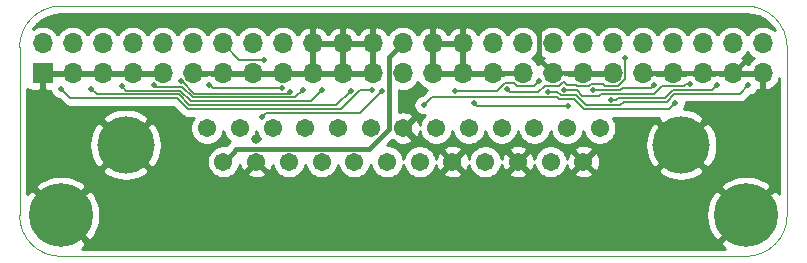
<source format=gbr>
%TF.GenerationSoftware,KiCad,Pcbnew,(5.1.4)-1*%
%TF.CreationDate,2020-08-22T20:00:45-05:00*%
%TF.ProjectId,daisy_chain_board,64616973-795f-4636-9861-696e5f626f61,rev?*%
%TF.SameCoordinates,PX59d60c0PY325aa00*%
%TF.FileFunction,Copper,L1,Top*%
%TF.FilePolarity,Positive*%
%FSLAX46Y46*%
G04 Gerber Fmt 4.6, Leading zero omitted, Abs format (unit mm)*
G04 Created by KiCad (PCBNEW (5.1.4)-1) date 2020-08-22 20:00:45*
%MOMM*%
%LPD*%
G04 APERTURE LIST*
%TA.AperFunction,NonConductor*%
%ADD10C,0.050000*%
%TD*%
%TA.AperFunction,ComponentPad*%
%ADD11C,4.845000*%
%TD*%
%TA.AperFunction,ComponentPad*%
%ADD12C,1.545000*%
%TD*%
%TA.AperFunction,ComponentPad*%
%ADD13O,1.700000X1.700000*%
%TD*%
%TA.AperFunction,ComponentPad*%
%ADD14R,1.700000X1.700000*%
%TD*%
%TA.AperFunction,ComponentPad*%
%ADD15C,0.800000*%
%TD*%
%TA.AperFunction,ComponentPad*%
%ADD16C,5.400000*%
%TD*%
%TA.AperFunction,ViaPad*%
%ADD17C,0.800000*%
%TD*%
%TA.AperFunction,ViaPad*%
%ADD18C,0.500000*%
%TD*%
%TA.AperFunction,Conductor*%
%ADD19C,0.400000*%
%TD*%
%TA.AperFunction,Conductor*%
%ADD20C,0.200000*%
%TD*%
%TA.AperFunction,Conductor*%
%ADD21C,0.150000*%
%TD*%
%TA.AperFunction,Conductor*%
%ADD22C,0.254000*%
%TD*%
G04 APERTURE END LIST*
D10*
X83800000Y-45696000D02*
X141800000Y-45696000D01*
X83800000Y-45696000D02*
G75*
G02X80300000Y-42196000I0J3500000D01*
G01*
X145300000Y-42196000D02*
G75*
G02X141800000Y-45696000I-3500000J0D01*
G01*
X80300000Y-27998000D02*
X80300000Y-42196000D01*
X145300000Y-27998000D02*
X145300000Y-42196000D01*
X83800000Y-24498000D02*
X141800000Y-24498000D01*
X80300000Y-27998000D02*
G75*
G02X83800000Y-24498000I3500000J0D01*
G01*
X141800000Y-24498000D02*
G75*
G02X145300000Y-27998000I0J-3500000D01*
G01*
D11*
%TO.P,J8,MH2*%
%TO.N,GND*%
X89281600Y-36250000D03*
%TO.P,J8,MH1*%
X136321600Y-36250000D03*
D12*
%TO.P,J8,25*%
%TO.N,TERMPOW*%
X97566600Y-37670000D03*
%TO.P,J8,24*%
%TO.N,GND*%
X100336600Y-37670000D03*
%TO.P,J8,23*%
%TO.N,C-D4*%
X103106600Y-37670000D03*
%TO.P,J8,22*%
%TO.N,C-D2*%
X105876600Y-37670000D03*
%TO.P,J8,21*%
%TO.N,C-D1*%
X108646600Y-37670000D03*
%TO.P,J8,20*%
%TO.N,C-DP*%
X111416600Y-37670000D03*
%TO.P,J8,19*%
%TO.N,C-SEL*%
X114186600Y-37670000D03*
%TO.P,J8,18*%
%TO.N,GND*%
X116956600Y-37670000D03*
%TO.P,J8,17*%
%TO.N,C-ATN*%
X119726600Y-37670000D03*
%TO.P,J8,16*%
%TO.N,GND*%
X122496600Y-37670000D03*
%TO.P,J8,15*%
%TO.N,C-C_D*%
X125266600Y-37670000D03*
%TO.P,J8,14*%
%TO.N,GND*%
X128036600Y-37670000D03*
%TO.P,J8,13*%
%TO.N,C-D7*%
X96181600Y-34830000D03*
%TO.P,J8,12*%
%TO.N,C-D6*%
X98951600Y-34830000D03*
%TO.P,J8,11*%
%TO.N,C-D5*%
X101721600Y-34830000D03*
%TO.P,J8,10*%
%TO.N,C-D3*%
X104491600Y-34830000D03*
%TO.P,J8,9*%
%TO.N,GND*%
X107261600Y-34830000D03*
%TO.P,J8,8*%
%TO.N,C-D0*%
X110031600Y-34830000D03*
%TO.P,J8,7*%
%TO.N,GND*%
X112801600Y-34830000D03*
%TO.P,J8,6*%
%TO.N,C-BSY*%
X115571600Y-34830000D03*
%TO.P,J8,5*%
%TO.N,C-ACK*%
X118341600Y-34830000D03*
%TO.P,J8,4*%
%TO.N,C-RST*%
X121111600Y-34830000D03*
%TO.P,J8,3*%
%TO.N,C-I_O*%
X123881600Y-34830000D03*
%TO.P,J8,2*%
%TO.N,C-MSG*%
X126651600Y-34830000D03*
%TO.P,J8,1*%
%TO.N,C-REQ*%
X129421600Y-34830000D03*
%TD*%
D13*
%TO.P,J7,50*%
%TO.N,C-I_O*%
X143226500Y-27654500D03*
%TO.P,J7,49*%
%TO.N,GND*%
X143226500Y-30194500D03*
%TO.P,J7,48*%
%TO.N,C-REQ*%
X140686500Y-27654500D03*
%TO.P,J7,47*%
%TO.N,GND*%
X140686500Y-30194500D03*
%TO.P,J7,46*%
%TO.N,C-C_D*%
X138146500Y-27654500D03*
%TO.P,J7,45*%
%TO.N,GND*%
X138146500Y-30194500D03*
%TO.P,J7,44*%
%TO.N,C-SEL*%
X135606500Y-27654500D03*
%TO.P,J7,43*%
%TO.N,GND*%
X135606500Y-30194500D03*
%TO.P,J7,42*%
%TO.N,C-MSG*%
X133066500Y-27654500D03*
%TO.P,J7,41*%
%TO.N,GND*%
X133066500Y-30194500D03*
%TO.P,J7,40*%
%TO.N,C-RST*%
X130526500Y-27654500D03*
%TO.P,J7,39*%
%TO.N,GND*%
X130526500Y-30194500D03*
%TO.P,J7,38*%
%TO.N,C-ACK*%
X127986500Y-27654500D03*
%TO.P,J7,37*%
%TO.N,GND*%
X127986500Y-30194500D03*
%TO.P,J7,36*%
%TO.N,C-BSY*%
X125446500Y-27654500D03*
%TO.P,J7,35*%
%TO.N,GND*%
X125446500Y-30194500D03*
%TO.P,J7,34*%
%TO.N,Net-(J7-Pad34)*%
X122906500Y-27654500D03*
%TO.P,J7,33*%
%TO.N,GND*%
X122906500Y-30194500D03*
%TO.P,J7,32*%
%TO.N,C-ATN*%
X120366500Y-27654500D03*
%TO.P,J7,31*%
%TO.N,GND*%
X120366500Y-30194500D03*
%TO.P,J7,30*%
X117826500Y-27654500D03*
%TO.P,J7,29*%
X117826500Y-30194500D03*
%TO.P,J7,28*%
X115286500Y-27654500D03*
%TO.P,J7,27*%
X115286500Y-30194500D03*
%TO.P,J7,26*%
%TO.N,TERMPOW*%
X112746500Y-27654500D03*
%TO.P,J7,25*%
%TO.N,Net-(J7-Pad25)*%
X112746500Y-30194500D03*
%TO.P,J7,24*%
%TO.N,GND*%
X110206500Y-27654500D03*
%TO.P,J7,23*%
X110206500Y-30194500D03*
%TO.P,J7,22*%
X107666500Y-27654500D03*
%TO.P,J7,21*%
X107666500Y-30194500D03*
%TO.P,J7,20*%
X105126500Y-27654500D03*
%TO.P,J7,19*%
X105126500Y-30194500D03*
%TO.P,J7,18*%
%TO.N,C-DP*%
X102586500Y-27654500D03*
%TO.P,J7,17*%
%TO.N,GND*%
X102586500Y-30194500D03*
%TO.P,J7,16*%
%TO.N,C-D7*%
X100046500Y-27654500D03*
%TO.P,J7,15*%
%TO.N,GND*%
X100046500Y-30194500D03*
%TO.P,J7,14*%
%TO.N,C-D6*%
X97506500Y-27654500D03*
%TO.P,J7,13*%
%TO.N,GND*%
X97506500Y-30194500D03*
%TO.P,J7,12*%
%TO.N,C-D5*%
X94966500Y-27654500D03*
%TO.P,J7,11*%
%TO.N,GND*%
X94966500Y-30194500D03*
%TO.P,J7,10*%
%TO.N,C-D4*%
X92426500Y-27654500D03*
%TO.P,J7,9*%
%TO.N,GND*%
X92426500Y-30194500D03*
%TO.P,J7,8*%
%TO.N,C-D3*%
X89886500Y-27654500D03*
%TO.P,J7,7*%
%TO.N,GND*%
X89886500Y-30194500D03*
%TO.P,J7,6*%
%TO.N,C-D2*%
X87346500Y-27654500D03*
%TO.P,J7,5*%
%TO.N,GND*%
X87346500Y-30194500D03*
%TO.P,J7,4*%
%TO.N,C-D1*%
X84806500Y-27654500D03*
%TO.P,J7,3*%
%TO.N,GND*%
X84806500Y-30194500D03*
%TO.P,J7,2*%
%TO.N,C-D0*%
X82266500Y-27654500D03*
D14*
%TO.P,J7,1*%
%TO.N,GND*%
X82266500Y-30194500D03*
%TD*%
D15*
%TO.P,H6,1*%
%TO.N,GND*%
X143231891Y-40768109D03*
X141800000Y-40175000D03*
X140368109Y-40768109D03*
X139775000Y-42200000D03*
X140368109Y-43631891D03*
X141800000Y-44225000D03*
X143231891Y-43631891D03*
X143825000Y-42200000D03*
D16*
X141800000Y-42200000D03*
%TD*%
D15*
%TO.P,H5,1*%
%TO.N,GND*%
X85231891Y-40768109D03*
X83800000Y-40175000D03*
X82368109Y-40768109D03*
X81775000Y-42200000D03*
X82368109Y-43631891D03*
X83800000Y-44225000D03*
X85231891Y-43631891D03*
X85825000Y-42200000D03*
D16*
X83800000Y-42200000D03*
%TD*%
D17*
%TO.N,GND*%
X100364000Y-35719000D03*
D18*
%TO.N,C-REQ*%
X139350000Y-31150000D03*
X130419308Y-32414713D03*
%TO.N,C-MSG*%
X133993502Y-31150000D03*
X128817950Y-31630159D03*
%TO.N,C-BSY*%
X124270000Y-30872990D03*
X117187010Y-31684832D03*
%TO.N,C-SEL*%
X114530000Y-32870000D03*
X135828947Y-32665648D03*
%TO.N,C-RST*%
X121540000Y-31560000D03*
X131560000Y-28920000D03*
%TO.N,C-ACK*%
X126730000Y-32950000D03*
X118812489Y-32689064D03*
%TO.N,C-DP*%
X100860000Y-33850000D03*
X110992489Y-31685265D03*
%TO.N,C-D0*%
X83780000Y-31480000D03*
X110120000Y-31630000D03*
%TO.N,C-D1*%
X86370000Y-31530000D03*
X108350000Y-31680000D03*
%TO.N,C-D2*%
X105950000Y-31630000D03*
X89002424Y-31302989D03*
%TO.N,C-D3*%
X104280000Y-31580000D03*
X91693529Y-31178968D03*
%TO.N,C-D4*%
X103220000Y-31750000D03*
X93930504Y-30851957D03*
%TO.N,C-D5*%
X96380000Y-31150000D03*
X102510000Y-31434946D03*
%TO.N,C-D6*%
X100973502Y-29027449D03*
%TO.N,C-I_O*%
X142000000Y-31220000D03*
X125036247Y-31748511D03*
%TO.N,C-C_D*%
X137054940Y-31121502D03*
X126371042Y-31585360D03*
%TD*%
D19*
%TO.N,GND*%
X140686500Y-30194500D02*
X141863501Y-29017499D01*
X124269499Y-26540999D02*
X123732000Y-26003500D01*
X124269499Y-29017499D02*
X124269499Y-26540999D01*
X125446500Y-30194500D02*
X124269499Y-29017499D01*
D20*
%TO.N,C-REQ*%
X135589026Y-31598512D02*
X134935004Y-32252534D01*
X134935004Y-32252534D02*
X130935040Y-32252534D01*
X138901488Y-31598512D02*
X135589026Y-31598512D01*
X139350000Y-31150000D02*
X138901488Y-31598512D01*
X130935040Y-32252534D02*
X130772861Y-32414713D01*
X130772861Y-32414713D02*
X130419308Y-32414713D01*
%TO.N,C-MSG*%
X131178913Y-31598512D02*
X129203150Y-31598512D01*
X129203150Y-31598512D02*
X129171503Y-31630159D01*
X131368458Y-31408967D02*
X131178913Y-31598512D01*
X133734535Y-31408967D02*
X131368458Y-31408967D01*
X133993502Y-31150000D02*
X133734535Y-31408967D01*
X129171503Y-31630159D02*
X128817950Y-31630159D01*
%TO.N,C-BSY*%
X122389539Y-31271501D02*
X122141027Y-31022989D01*
X123871489Y-31271501D02*
X122389539Y-31271501D01*
X121371049Y-31022989D02*
X120709206Y-31684832D01*
X120709206Y-31684832D02*
X117187010Y-31684832D01*
X124270000Y-30872990D02*
X123871489Y-31271501D01*
X122141027Y-31022989D02*
X121371049Y-31022989D01*
%TO.N,C-SEL*%
X125327733Y-32162989D02*
X125780245Y-32162989D01*
X135273573Y-33221022D02*
X135828947Y-32665648D01*
X124744761Y-32162989D02*
X124807285Y-32225513D01*
X115237011Y-32162989D02*
X124744761Y-32162989D01*
X124807285Y-32225513D02*
X125265209Y-32225513D01*
X126006628Y-32389373D02*
X127245335Y-32389373D01*
X127245335Y-32389373D02*
X128076984Y-33221022D01*
X125815069Y-32197814D02*
X126006628Y-32389373D01*
X125780245Y-32162989D02*
X125815069Y-32197814D01*
X125265209Y-32225513D02*
X125327733Y-32162989D01*
X128076984Y-33221022D02*
X135273573Y-33221022D01*
X114530000Y-32870000D02*
X115237011Y-32162989D01*
%TO.N,C-RST*%
X124240016Y-31809999D02*
X124778514Y-31271501D01*
X121789999Y-31809999D02*
X124240016Y-31809999D01*
X125963461Y-31271501D02*
X126298628Y-30936334D01*
X126298628Y-30936334D02*
X126382489Y-30936334D01*
X126382489Y-30936334D02*
X126632626Y-31186471D01*
X126632626Y-31186471D02*
X127384509Y-31186471D01*
X127384509Y-31186471D02*
X127469539Y-31271501D01*
X127469539Y-31271501D02*
X128503461Y-31271501D01*
X128503461Y-31271501D02*
X128697065Y-31077897D01*
X128697065Y-31077897D02*
X129713650Y-31077897D01*
X129713650Y-31077897D02*
X129907254Y-31271501D01*
X129907254Y-31271501D02*
X131006903Y-31271501D01*
X121540000Y-31560000D02*
X121789999Y-31809999D01*
X124778514Y-31271501D02*
X125963461Y-31271501D01*
X131006903Y-31271501D02*
X131346447Y-30931957D01*
D21*
X131560000Y-29273553D02*
X131560000Y-28920000D01*
X131578501Y-29292054D02*
X131560000Y-29273553D01*
X131578501Y-30699903D02*
X131578501Y-29292054D01*
X131346447Y-30931957D02*
X131578501Y-30699903D01*
D20*
%TO.N,C-ACK*%
X119073425Y-32950000D02*
X118812489Y-32689064D01*
X126730000Y-32950000D02*
X119073425Y-32950000D01*
%TO.N,C-DP*%
X101162991Y-33547009D02*
X109130745Y-33547009D01*
X109130745Y-33547009D02*
X110742490Y-31935264D01*
X110742490Y-31935264D02*
X110992489Y-31685265D01*
X100860000Y-33850000D02*
X101162991Y-33547009D01*
%TO.N,C-D0*%
X83780000Y-31480000D02*
X84610000Y-32310000D01*
X107515963Y-33219999D02*
X109105962Y-31630000D01*
X84610000Y-32310000D02*
X93638188Y-32310000D01*
X93638188Y-32310000D02*
X94548188Y-33219999D01*
X94548188Y-33219999D02*
X107515963Y-33219999D01*
X109105962Y-31630000D02*
X110120000Y-31630000D01*
%TO.N,C-D1*%
X94683639Y-32892989D02*
X107137011Y-32892989D01*
X107137011Y-32892989D02*
X108350000Y-31680000D01*
X86370000Y-31530000D02*
X86822989Y-31982989D01*
X93773640Y-31982989D02*
X94683639Y-32892989D01*
X86822989Y-31982989D02*
X93773640Y-31982989D01*
%TO.N,C-D2*%
X89355413Y-31655978D02*
X89002424Y-31302989D01*
X93909092Y-31655978D02*
X89355413Y-31655978D01*
X105014022Y-32565978D02*
X94819089Y-32565978D01*
X105950000Y-31630000D02*
X105014022Y-32565978D01*
X94819089Y-32565978D02*
X93909092Y-31655978D01*
%TO.N,C-D3*%
X104280000Y-31580000D02*
X103621033Y-32238967D01*
X103621033Y-32238967D02*
X94954540Y-32238967D01*
X94954540Y-32238967D02*
X94044544Y-31328967D01*
X94044544Y-31328967D02*
X91843528Y-31328967D01*
X91843528Y-31328967D02*
X91693529Y-31178968D01*
%TO.N,C-D4*%
X103220000Y-31750000D02*
X103058044Y-31911956D01*
X103058044Y-31911956D02*
X95089992Y-31911956D01*
X95089992Y-31911956D02*
X94029993Y-30851957D01*
X94029993Y-30851957D02*
X93930504Y-30851957D01*
%TO.N,C-D5*%
X96664946Y-31434946D02*
X102510000Y-31434946D01*
X96380000Y-31150000D02*
X96664946Y-31434946D01*
%TO.N,C-D6*%
X98879449Y-29027449D02*
X100973502Y-29027449D01*
X97506500Y-27654500D02*
X98879449Y-29027449D01*
%TO.N,C-I_O*%
X126142080Y-32062362D02*
X125828229Y-31748511D01*
X127450787Y-32062362D02*
X126142080Y-32062362D01*
X125828229Y-31748511D02*
X125036247Y-31748511D01*
X131151732Y-32891714D02*
X128280139Y-32891714D01*
X135080455Y-32579545D02*
X131463901Y-32579545D01*
X128280139Y-32891714D02*
X127450787Y-32062362D01*
X131463901Y-32579545D02*
X131151732Y-32891714D01*
X135734477Y-31925523D02*
X135080455Y-32579545D01*
X141294477Y-31925523D02*
X135734477Y-31925523D01*
X142000000Y-31220000D02*
X141294477Y-31925523D01*
%TO.N,C-C_D*%
X127465448Y-31614560D02*
X126753795Y-31614560D01*
X126753795Y-31614560D02*
X126724595Y-31585360D01*
X129355812Y-32107160D02*
X127958048Y-32107160D01*
X134700073Y-31271501D02*
X134046051Y-31925523D01*
X126724595Y-31585360D02*
X126371042Y-31585360D01*
X127958048Y-32107160D02*
X127465448Y-31614560D01*
X137054940Y-31121502D02*
X136701387Y-31121502D01*
X136551388Y-31271501D02*
X134700073Y-31271501D01*
X129537449Y-31925523D02*
X129355812Y-32107160D01*
X134046051Y-31925523D02*
X129537449Y-31925523D01*
X136701387Y-31121502D02*
X136551388Y-31271501D01*
D19*
%TO.N,TERMPOW*%
X98666101Y-36570499D02*
X98339099Y-36897501D01*
X109918363Y-36570499D02*
X98666101Y-36570499D01*
X111569499Y-28831501D02*
X111569499Y-34919363D01*
X98339099Y-36897501D02*
X97566600Y-37670000D01*
X112746500Y-27654500D02*
X111569499Y-28831501D01*
X111569499Y-34919363D02*
X109918363Y-36570499D01*
%TD*%
D22*
%TO.N,GND*%
G36*
X82393500Y-30067500D02*
G01*
X84679500Y-30067500D01*
X84679500Y-30047500D01*
X84933500Y-30047500D01*
X84933500Y-30067500D01*
X87219500Y-30067500D01*
X87219500Y-30047500D01*
X87473500Y-30047500D01*
X87473500Y-30067500D01*
X89759500Y-30067500D01*
X89759500Y-30047500D01*
X90013500Y-30047500D01*
X90013500Y-30067500D01*
X92299500Y-30067500D01*
X92299500Y-30047500D01*
X92553500Y-30047500D01*
X92553500Y-30067500D01*
X92573500Y-30067500D01*
X92573500Y-30321500D01*
X92553500Y-30321500D01*
X92553500Y-30341500D01*
X92299500Y-30341500D01*
X92299500Y-30321500D01*
X91919107Y-30321500D01*
X91780694Y-30293968D01*
X91606364Y-30293968D01*
X91467951Y-30321500D01*
X90013500Y-30321500D01*
X90013500Y-30341500D01*
X89759500Y-30341500D01*
X89759500Y-30321500D01*
X87473500Y-30321500D01*
X87473500Y-30341500D01*
X87219500Y-30341500D01*
X87219500Y-30321500D01*
X84933500Y-30321500D01*
X84933500Y-30341500D01*
X84679500Y-30341500D01*
X84679500Y-30321500D01*
X82393500Y-30321500D01*
X82393500Y-31520750D01*
X82552250Y-31679500D01*
X82917741Y-31681490D01*
X82929010Y-31738145D01*
X82995723Y-31899205D01*
X83092576Y-32044155D01*
X83215845Y-32167424D01*
X83360795Y-32264277D01*
X83521855Y-32330990D01*
X83608847Y-32348294D01*
X84064746Y-32804193D01*
X84087762Y-32832238D01*
X84199680Y-32924087D01*
X84327367Y-32992337D01*
X84465915Y-33034365D01*
X84573895Y-33045000D01*
X84573904Y-33045000D01*
X84609999Y-33048555D01*
X84646094Y-33045000D01*
X93333742Y-33045000D01*
X94002934Y-33714192D01*
X94025950Y-33742237D01*
X94053994Y-33765252D01*
X94053995Y-33765253D01*
X94137868Y-33834086D01*
X94265555Y-33902336D01*
X94404103Y-33944364D01*
X94548188Y-33958555D01*
X94584293Y-33954999D01*
X95073472Y-33954999D01*
X94934290Y-34163299D01*
X94828190Y-34419447D01*
X94774100Y-34691373D01*
X94774100Y-34968627D01*
X94828190Y-35240553D01*
X94934290Y-35496701D01*
X95088324Y-35727229D01*
X95284371Y-35923276D01*
X95514899Y-36077310D01*
X95771047Y-36183410D01*
X96042973Y-36237500D01*
X96320227Y-36237500D01*
X96592153Y-36183410D01*
X96848301Y-36077310D01*
X97078829Y-35923276D01*
X97274876Y-35727229D01*
X97428910Y-35496701D01*
X97535010Y-35240553D01*
X97566600Y-35081741D01*
X97598190Y-35240553D01*
X97704290Y-35496701D01*
X97858324Y-35727229D01*
X98054371Y-35923276D01*
X98100759Y-35954271D01*
X98072810Y-35977208D01*
X98046662Y-36009070D01*
X97778632Y-36277101D01*
X97705227Y-36262500D01*
X97427973Y-36262500D01*
X97156047Y-36316590D01*
X96899899Y-36422690D01*
X96669371Y-36576724D01*
X96473324Y-36772771D01*
X96319290Y-37003299D01*
X96213190Y-37259447D01*
X96159100Y-37531373D01*
X96159100Y-37808627D01*
X96213190Y-38080553D01*
X96319290Y-38336701D01*
X96473324Y-38567229D01*
X96669371Y-38763276D01*
X96899899Y-38917310D01*
X97156047Y-39023410D01*
X97427973Y-39077500D01*
X97705227Y-39077500D01*
X97977153Y-39023410D01*
X98233301Y-38917310D01*
X98463829Y-38763276D01*
X98584041Y-38643064D01*
X99543141Y-38643064D01*
X99611393Y-38884227D01*
X99862211Y-39002377D01*
X100131260Y-39069324D01*
X100408200Y-39082496D01*
X100682388Y-39041387D01*
X100943288Y-38947576D01*
X101061807Y-38884227D01*
X101130059Y-38643064D01*
X100336600Y-37849605D01*
X99543141Y-38643064D01*
X98584041Y-38643064D01*
X98659876Y-38567229D01*
X98813910Y-38336701D01*
X98920010Y-38080553D01*
X98951322Y-37923138D01*
X98965213Y-38015788D01*
X99059024Y-38276688D01*
X99122373Y-38395207D01*
X99363536Y-38463459D01*
X100156995Y-37670000D01*
X100142853Y-37655858D01*
X100322458Y-37476253D01*
X100336600Y-37490395D01*
X100350743Y-37476253D01*
X100530348Y-37655858D01*
X100516205Y-37670000D01*
X101309664Y-38463459D01*
X101550827Y-38395207D01*
X101668977Y-38144389D01*
X101722834Y-37927946D01*
X101753190Y-38080553D01*
X101859290Y-38336701D01*
X102013324Y-38567229D01*
X102209371Y-38763276D01*
X102439899Y-38917310D01*
X102696047Y-39023410D01*
X102967973Y-39077500D01*
X103245227Y-39077500D01*
X103517153Y-39023410D01*
X103773301Y-38917310D01*
X104003829Y-38763276D01*
X104199876Y-38567229D01*
X104353910Y-38336701D01*
X104460010Y-38080553D01*
X104491600Y-37921741D01*
X104523190Y-38080553D01*
X104629290Y-38336701D01*
X104783324Y-38567229D01*
X104979371Y-38763276D01*
X105209899Y-38917310D01*
X105466047Y-39023410D01*
X105737973Y-39077500D01*
X106015227Y-39077500D01*
X106287153Y-39023410D01*
X106543301Y-38917310D01*
X106773829Y-38763276D01*
X106969876Y-38567229D01*
X107123910Y-38336701D01*
X107230010Y-38080553D01*
X107261600Y-37921741D01*
X107293190Y-38080553D01*
X107399290Y-38336701D01*
X107553324Y-38567229D01*
X107749371Y-38763276D01*
X107979899Y-38917310D01*
X108236047Y-39023410D01*
X108507973Y-39077500D01*
X108785227Y-39077500D01*
X109057153Y-39023410D01*
X109313301Y-38917310D01*
X109543829Y-38763276D01*
X109739876Y-38567229D01*
X109893910Y-38336701D01*
X110000010Y-38080553D01*
X110031600Y-37921741D01*
X110063190Y-38080553D01*
X110169290Y-38336701D01*
X110323324Y-38567229D01*
X110519371Y-38763276D01*
X110749899Y-38917310D01*
X111006047Y-39023410D01*
X111277973Y-39077500D01*
X111555227Y-39077500D01*
X111827153Y-39023410D01*
X112083301Y-38917310D01*
X112313829Y-38763276D01*
X112509876Y-38567229D01*
X112663910Y-38336701D01*
X112770010Y-38080553D01*
X112801600Y-37921741D01*
X112833190Y-38080553D01*
X112939290Y-38336701D01*
X113093324Y-38567229D01*
X113289371Y-38763276D01*
X113519899Y-38917310D01*
X113776047Y-39023410D01*
X114047973Y-39077500D01*
X114325227Y-39077500D01*
X114597153Y-39023410D01*
X114853301Y-38917310D01*
X115083829Y-38763276D01*
X115204041Y-38643064D01*
X116163141Y-38643064D01*
X116231393Y-38884227D01*
X116482211Y-39002377D01*
X116751260Y-39069324D01*
X117028200Y-39082496D01*
X117302388Y-39041387D01*
X117563288Y-38947576D01*
X117681807Y-38884227D01*
X117750059Y-38643064D01*
X116956600Y-37849605D01*
X116163141Y-38643064D01*
X115204041Y-38643064D01*
X115279876Y-38567229D01*
X115433910Y-38336701D01*
X115540010Y-38080553D01*
X115571322Y-37923138D01*
X115585213Y-38015788D01*
X115679024Y-38276688D01*
X115742373Y-38395207D01*
X115983536Y-38463459D01*
X116776995Y-37670000D01*
X117136205Y-37670000D01*
X117929664Y-38463459D01*
X118170827Y-38395207D01*
X118288977Y-38144389D01*
X118342834Y-37927946D01*
X118373190Y-38080553D01*
X118479290Y-38336701D01*
X118633324Y-38567229D01*
X118829371Y-38763276D01*
X119059899Y-38917310D01*
X119316047Y-39023410D01*
X119587973Y-39077500D01*
X119865227Y-39077500D01*
X120137153Y-39023410D01*
X120393301Y-38917310D01*
X120623829Y-38763276D01*
X120744041Y-38643064D01*
X121703141Y-38643064D01*
X121771393Y-38884227D01*
X122022211Y-39002377D01*
X122291260Y-39069324D01*
X122568200Y-39082496D01*
X122842388Y-39041387D01*
X123103288Y-38947576D01*
X123221807Y-38884227D01*
X123290059Y-38643064D01*
X122496600Y-37849605D01*
X121703141Y-38643064D01*
X120744041Y-38643064D01*
X120819876Y-38567229D01*
X120973910Y-38336701D01*
X121080010Y-38080553D01*
X121111322Y-37923138D01*
X121125213Y-38015788D01*
X121219024Y-38276688D01*
X121282373Y-38395207D01*
X121523536Y-38463459D01*
X122316995Y-37670000D01*
X122676205Y-37670000D01*
X123469664Y-38463459D01*
X123710827Y-38395207D01*
X123828977Y-38144389D01*
X123882834Y-37927946D01*
X123913190Y-38080553D01*
X124019290Y-38336701D01*
X124173324Y-38567229D01*
X124369371Y-38763276D01*
X124599899Y-38917310D01*
X124856047Y-39023410D01*
X125127973Y-39077500D01*
X125405227Y-39077500D01*
X125677153Y-39023410D01*
X125933301Y-38917310D01*
X126163829Y-38763276D01*
X126284041Y-38643064D01*
X127243141Y-38643064D01*
X127311393Y-38884227D01*
X127562211Y-39002377D01*
X127831260Y-39069324D01*
X128108200Y-39082496D01*
X128382388Y-39041387D01*
X128643288Y-38947576D01*
X128761807Y-38884227D01*
X128830059Y-38643064D01*
X128036600Y-37849605D01*
X127243141Y-38643064D01*
X126284041Y-38643064D01*
X126359876Y-38567229D01*
X126513910Y-38336701D01*
X126620010Y-38080553D01*
X126651322Y-37923138D01*
X126665213Y-38015788D01*
X126759024Y-38276688D01*
X126822373Y-38395207D01*
X127063536Y-38463459D01*
X127856995Y-37670000D01*
X128216205Y-37670000D01*
X129009664Y-38463459D01*
X129240848Y-38398031D01*
X134353174Y-38398031D01*
X134620039Y-38808062D01*
X135151787Y-39090867D01*
X135728491Y-39264500D01*
X136327987Y-39322287D01*
X136927238Y-39262008D01*
X137503214Y-39085980D01*
X138023161Y-38808062D01*
X138290026Y-38398031D01*
X136321600Y-36429605D01*
X134353174Y-38398031D01*
X129240848Y-38398031D01*
X129250827Y-38395207D01*
X129368977Y-38144389D01*
X129435924Y-37875340D01*
X129449096Y-37598400D01*
X129407987Y-37324212D01*
X129314176Y-37063312D01*
X129250827Y-36944793D01*
X129009664Y-36876541D01*
X128216205Y-37670000D01*
X127856995Y-37670000D01*
X127063536Y-36876541D01*
X126822373Y-36944793D01*
X126704223Y-37195611D01*
X126650366Y-37412054D01*
X126620010Y-37259447D01*
X126513910Y-37003299D01*
X126359876Y-36772771D01*
X126284041Y-36696936D01*
X127243141Y-36696936D01*
X128036600Y-37490395D01*
X128830059Y-36696936D01*
X128761807Y-36455773D01*
X128510989Y-36337623D01*
X128241940Y-36270676D01*
X127965000Y-36257504D01*
X127690812Y-36298613D01*
X127429912Y-36392424D01*
X127311393Y-36455773D01*
X127243141Y-36696936D01*
X126284041Y-36696936D01*
X126163829Y-36576724D01*
X125933301Y-36422690D01*
X125677153Y-36316590D01*
X125405227Y-36262500D01*
X125127973Y-36262500D01*
X124856047Y-36316590D01*
X124599899Y-36422690D01*
X124369371Y-36576724D01*
X124173324Y-36772771D01*
X124019290Y-37003299D01*
X123913190Y-37259447D01*
X123881878Y-37416862D01*
X123867987Y-37324212D01*
X123774176Y-37063312D01*
X123710827Y-36944793D01*
X123469664Y-36876541D01*
X122676205Y-37670000D01*
X122316995Y-37670000D01*
X121523536Y-36876541D01*
X121282373Y-36944793D01*
X121164223Y-37195611D01*
X121110366Y-37412054D01*
X121080010Y-37259447D01*
X120973910Y-37003299D01*
X120819876Y-36772771D01*
X120744041Y-36696936D01*
X121703141Y-36696936D01*
X122496600Y-37490395D01*
X123290059Y-36696936D01*
X123221807Y-36455773D01*
X122970989Y-36337623D01*
X122701940Y-36270676D01*
X122425000Y-36257504D01*
X122150812Y-36298613D01*
X121889912Y-36392424D01*
X121771393Y-36455773D01*
X121703141Y-36696936D01*
X120744041Y-36696936D01*
X120623829Y-36576724D01*
X120393301Y-36422690D01*
X120137153Y-36316590D01*
X119865227Y-36262500D01*
X119587973Y-36262500D01*
X119316047Y-36316590D01*
X119059899Y-36422690D01*
X118829371Y-36576724D01*
X118633324Y-36772771D01*
X118479290Y-37003299D01*
X118373190Y-37259447D01*
X118341878Y-37416862D01*
X118327987Y-37324212D01*
X118234176Y-37063312D01*
X118170827Y-36944793D01*
X117929664Y-36876541D01*
X117136205Y-37670000D01*
X116776995Y-37670000D01*
X115983536Y-36876541D01*
X115742373Y-36944793D01*
X115624223Y-37195611D01*
X115570366Y-37412054D01*
X115540010Y-37259447D01*
X115433910Y-37003299D01*
X115279876Y-36772771D01*
X115204041Y-36696936D01*
X116163141Y-36696936D01*
X116956600Y-37490395D01*
X117750059Y-36696936D01*
X117681807Y-36455773D01*
X117430989Y-36337623D01*
X117161940Y-36270676D01*
X116885000Y-36257504D01*
X116610812Y-36298613D01*
X116349912Y-36392424D01*
X116231393Y-36455773D01*
X116163141Y-36696936D01*
X115204041Y-36696936D01*
X115083829Y-36576724D01*
X114853301Y-36422690D01*
X114597153Y-36316590D01*
X114325227Y-36262500D01*
X114047973Y-36262500D01*
X113776047Y-36316590D01*
X113519899Y-36422690D01*
X113289371Y-36576724D01*
X113093324Y-36772771D01*
X112939290Y-37003299D01*
X112833190Y-37259447D01*
X112801600Y-37418259D01*
X112770010Y-37259447D01*
X112663910Y-37003299D01*
X112509876Y-36772771D01*
X112313829Y-36576724D01*
X112083301Y-36422690D01*
X111827153Y-36316590D01*
X111555227Y-36262500D01*
X111407230Y-36262500D01*
X111413343Y-36256387D01*
X133249313Y-36256387D01*
X133309592Y-36855638D01*
X133485620Y-37431614D01*
X133763538Y-37951561D01*
X134173569Y-38218426D01*
X136141995Y-36250000D01*
X136501205Y-36250000D01*
X138469631Y-38218426D01*
X138879662Y-37951561D01*
X139162467Y-37419813D01*
X139336100Y-36843109D01*
X139393887Y-36243613D01*
X139333608Y-35644362D01*
X139157580Y-35068386D01*
X138879662Y-34548439D01*
X138469631Y-34281574D01*
X136501205Y-36250000D01*
X136141995Y-36250000D01*
X134173569Y-34281574D01*
X133763538Y-34548439D01*
X133480733Y-35080187D01*
X133307100Y-35656891D01*
X133249313Y-36256387D01*
X111413343Y-36256387D01*
X111821031Y-35848699D01*
X111891770Y-35919438D01*
X112008142Y-35803066D01*
X112076393Y-36044227D01*
X112327211Y-36162377D01*
X112596260Y-36229324D01*
X112873200Y-36242496D01*
X113147388Y-36201387D01*
X113408288Y-36107576D01*
X113526807Y-36044227D01*
X113595059Y-35803064D01*
X112801600Y-35009605D01*
X112787458Y-35023748D01*
X112607853Y-34844143D01*
X112621995Y-34830000D01*
X112607853Y-34815858D01*
X112787458Y-34636253D01*
X112801600Y-34650395D01*
X113595059Y-33856936D01*
X113526807Y-33615773D01*
X113275989Y-33497623D01*
X113006940Y-33430676D01*
X112730000Y-33417504D01*
X112455812Y-33458613D01*
X112404499Y-33477063D01*
X112404499Y-31642576D01*
X112455389Y-31658013D01*
X112673550Y-31679500D01*
X112819450Y-31679500D01*
X113037611Y-31658013D01*
X113317534Y-31573099D01*
X113575514Y-31435206D01*
X113801634Y-31249634D01*
X113987206Y-31023514D01*
X114021701Y-30958977D01*
X114091322Y-31075855D01*
X114286231Y-31292088D01*
X114519580Y-31466141D01*
X114777717Y-31589094D01*
X114714773Y-31640751D01*
X114691757Y-31668796D01*
X114358847Y-32001706D01*
X114271855Y-32019010D01*
X114110795Y-32085723D01*
X113965845Y-32182576D01*
X113842576Y-32305845D01*
X113745723Y-32450795D01*
X113679010Y-32611855D01*
X113645000Y-32782835D01*
X113645000Y-32957165D01*
X113679010Y-33128145D01*
X113745723Y-33289205D01*
X113842576Y-33434155D01*
X113965845Y-33557424D01*
X114110795Y-33654277D01*
X114271855Y-33720990D01*
X114442835Y-33755000D01*
X114617165Y-33755000D01*
X114665761Y-33745334D01*
X114478324Y-33932771D01*
X114324290Y-34163299D01*
X114218190Y-34419447D01*
X114186878Y-34576862D01*
X114172987Y-34484212D01*
X114079176Y-34223312D01*
X114015827Y-34104793D01*
X113774664Y-34036541D01*
X112981205Y-34830000D01*
X113774664Y-35623459D01*
X114015827Y-35555207D01*
X114133977Y-35304389D01*
X114187834Y-35087946D01*
X114218190Y-35240553D01*
X114324290Y-35496701D01*
X114478324Y-35727229D01*
X114674371Y-35923276D01*
X114904899Y-36077310D01*
X115161047Y-36183410D01*
X115432973Y-36237500D01*
X115710227Y-36237500D01*
X115982153Y-36183410D01*
X116238301Y-36077310D01*
X116468829Y-35923276D01*
X116664876Y-35727229D01*
X116818910Y-35496701D01*
X116925010Y-35240553D01*
X116956600Y-35081741D01*
X116988190Y-35240553D01*
X117094290Y-35496701D01*
X117248324Y-35727229D01*
X117444371Y-35923276D01*
X117674899Y-36077310D01*
X117931047Y-36183410D01*
X118202973Y-36237500D01*
X118480227Y-36237500D01*
X118752153Y-36183410D01*
X119008301Y-36077310D01*
X119238829Y-35923276D01*
X119434876Y-35727229D01*
X119588910Y-35496701D01*
X119695010Y-35240553D01*
X119726600Y-35081741D01*
X119758190Y-35240553D01*
X119864290Y-35496701D01*
X120018324Y-35727229D01*
X120214371Y-35923276D01*
X120444899Y-36077310D01*
X120701047Y-36183410D01*
X120972973Y-36237500D01*
X121250227Y-36237500D01*
X121522153Y-36183410D01*
X121778301Y-36077310D01*
X122008829Y-35923276D01*
X122204876Y-35727229D01*
X122358910Y-35496701D01*
X122465010Y-35240553D01*
X122496600Y-35081741D01*
X122528190Y-35240553D01*
X122634290Y-35496701D01*
X122788324Y-35727229D01*
X122984371Y-35923276D01*
X123214899Y-36077310D01*
X123471047Y-36183410D01*
X123742973Y-36237500D01*
X124020227Y-36237500D01*
X124292153Y-36183410D01*
X124548301Y-36077310D01*
X124778829Y-35923276D01*
X124974876Y-35727229D01*
X125128910Y-35496701D01*
X125235010Y-35240553D01*
X125266600Y-35081741D01*
X125298190Y-35240553D01*
X125404290Y-35496701D01*
X125558324Y-35727229D01*
X125754371Y-35923276D01*
X125984899Y-36077310D01*
X126241047Y-36183410D01*
X126512973Y-36237500D01*
X126790227Y-36237500D01*
X127062153Y-36183410D01*
X127318301Y-36077310D01*
X127548829Y-35923276D01*
X127744876Y-35727229D01*
X127898910Y-35496701D01*
X128005010Y-35240553D01*
X128036600Y-35081741D01*
X128068190Y-35240553D01*
X128174290Y-35496701D01*
X128328324Y-35727229D01*
X128524371Y-35923276D01*
X128754899Y-36077310D01*
X129011047Y-36183410D01*
X129282973Y-36237500D01*
X129560227Y-36237500D01*
X129832153Y-36183410D01*
X130088301Y-36077310D01*
X130318829Y-35923276D01*
X130514876Y-35727229D01*
X130668910Y-35496701D01*
X130775010Y-35240553D01*
X130829100Y-34968627D01*
X130829100Y-34691373D01*
X130775010Y-34419447D01*
X130668910Y-34163299D01*
X130530412Y-33956022D01*
X134448162Y-33956022D01*
X134353174Y-34101969D01*
X136321600Y-36070395D01*
X138290026Y-34101969D01*
X138023161Y-33691938D01*
X137491413Y-33409133D01*
X136914709Y-33235500D01*
X136536898Y-33199082D01*
X136613224Y-33084853D01*
X136679937Y-32923793D01*
X136713947Y-32752813D01*
X136713947Y-32660523D01*
X141258372Y-32660523D01*
X141294477Y-32664079D01*
X141330582Y-32660523D01*
X141438562Y-32649888D01*
X141577110Y-32607860D01*
X141704797Y-32539610D01*
X141816715Y-32447761D01*
X141839735Y-32419711D01*
X142171153Y-32088294D01*
X142258145Y-32070990D01*
X142419205Y-32004277D01*
X142564155Y-31907424D01*
X142687424Y-31784155D01*
X142784277Y-31639205D01*
X142794990Y-31613342D01*
X142869610Y-31635976D01*
X143099500Y-31514655D01*
X143099500Y-30321500D01*
X140813500Y-30321500D01*
X140813500Y-30341500D01*
X140559500Y-30341500D01*
X140559500Y-30321500D01*
X139662441Y-30321500D01*
X139608145Y-30299010D01*
X139437165Y-30265000D01*
X139262835Y-30265000D01*
X139091855Y-30299010D01*
X139037559Y-30321500D01*
X138273500Y-30321500D01*
X138273500Y-30341500D01*
X138019500Y-30341500D01*
X138019500Y-30321500D01*
X137436181Y-30321500D01*
X137313085Y-30270512D01*
X137142105Y-30236502D01*
X136967775Y-30236502D01*
X136796795Y-30270512D01*
X136673699Y-30321500D01*
X135733500Y-30321500D01*
X135733500Y-30341500D01*
X135479500Y-30341500D01*
X135479500Y-30321500D01*
X134305943Y-30321500D01*
X134251647Y-30299010D01*
X134080667Y-30265000D01*
X133906337Y-30265000D01*
X133735357Y-30299010D01*
X133681061Y-30321500D01*
X133193500Y-30321500D01*
X133193500Y-30341500D01*
X132939500Y-30341500D01*
X132939500Y-30321500D01*
X132919500Y-30321500D01*
X132919500Y-30067500D01*
X132939500Y-30067500D01*
X132939500Y-30047500D01*
X133193500Y-30047500D01*
X133193500Y-30067500D01*
X135479500Y-30067500D01*
X135479500Y-30047500D01*
X135733500Y-30047500D01*
X135733500Y-30067500D01*
X138019500Y-30067500D01*
X138019500Y-30047500D01*
X138273500Y-30047500D01*
X138273500Y-30067500D01*
X140559500Y-30067500D01*
X140559500Y-30047500D01*
X140813500Y-30047500D01*
X140813500Y-30067500D01*
X143099500Y-30067500D01*
X143099500Y-30047500D01*
X143353500Y-30047500D01*
X143353500Y-30067500D01*
X143373500Y-30067500D01*
X143373500Y-30321500D01*
X143353500Y-30321500D01*
X143353500Y-31514655D01*
X143583390Y-31635976D01*
X143730599Y-31591325D01*
X143993420Y-31466141D01*
X144226769Y-31292088D01*
X144421678Y-31075855D01*
X144570657Y-30825752D01*
X144640000Y-30630270D01*
X144640001Y-40437918D01*
X144588904Y-40342008D01*
X144583828Y-40334411D01*
X144145374Y-40034231D01*
X141979605Y-42200000D01*
X141993748Y-42214143D01*
X141814143Y-42393748D01*
X141800000Y-42379605D01*
X139634231Y-44545374D01*
X139934411Y-44983828D01*
X140031699Y-45036000D01*
X85569592Y-45036000D01*
X85657992Y-44988904D01*
X85665589Y-44983828D01*
X85965769Y-44545374D01*
X83800000Y-42379605D01*
X83785858Y-42393748D01*
X83606253Y-42214143D01*
X83620395Y-42200000D01*
X83979605Y-42200000D01*
X86145374Y-44365769D01*
X86583828Y-44065589D01*
X86894296Y-43486644D01*
X87085852Y-42858254D01*
X87151134Y-42204569D01*
X87150247Y-42195431D01*
X138448866Y-42195431D01*
X138512366Y-42849293D01*
X138702208Y-43478203D01*
X139011096Y-44057992D01*
X139016172Y-44065589D01*
X139454626Y-44365769D01*
X141620395Y-42200000D01*
X139454626Y-40034231D01*
X139016172Y-40334411D01*
X138705704Y-40913356D01*
X138514148Y-41541746D01*
X138448866Y-42195431D01*
X87150247Y-42195431D01*
X87087634Y-41550707D01*
X86897792Y-40921797D01*
X86588904Y-40342008D01*
X86583828Y-40334411D01*
X86145374Y-40034231D01*
X83979605Y-42200000D01*
X83620395Y-42200000D01*
X81454626Y-40034231D01*
X81016172Y-40334411D01*
X80960000Y-40439158D01*
X80960000Y-39854626D01*
X81634231Y-39854626D01*
X83800000Y-42020395D01*
X85965769Y-39854626D01*
X139634231Y-39854626D01*
X141800000Y-42020395D01*
X143965769Y-39854626D01*
X143665589Y-39416172D01*
X143086644Y-39105704D01*
X142458254Y-38914148D01*
X141804569Y-38848866D01*
X141150707Y-38912366D01*
X140521797Y-39102208D01*
X139942008Y-39411096D01*
X139934411Y-39416172D01*
X139634231Y-39854626D01*
X85965769Y-39854626D01*
X85665589Y-39416172D01*
X85086644Y-39105704D01*
X84458254Y-38914148D01*
X83804569Y-38848866D01*
X83150707Y-38912366D01*
X82521797Y-39102208D01*
X81942008Y-39411096D01*
X81934411Y-39416172D01*
X81634231Y-39854626D01*
X80960000Y-39854626D01*
X80960000Y-38398031D01*
X87313174Y-38398031D01*
X87580039Y-38808062D01*
X88111787Y-39090867D01*
X88688491Y-39264500D01*
X89287987Y-39322287D01*
X89887238Y-39262008D01*
X90463214Y-39085980D01*
X90983161Y-38808062D01*
X91250026Y-38398031D01*
X89281600Y-36429605D01*
X87313174Y-38398031D01*
X80960000Y-38398031D01*
X80960000Y-36256387D01*
X86209313Y-36256387D01*
X86269592Y-36855638D01*
X86445620Y-37431614D01*
X86723538Y-37951561D01*
X87133569Y-38218426D01*
X89101995Y-36250000D01*
X89461205Y-36250000D01*
X91429631Y-38218426D01*
X91839662Y-37951561D01*
X92122467Y-37419813D01*
X92296100Y-36843109D01*
X92353887Y-36243613D01*
X92293608Y-35644362D01*
X92117580Y-35068386D01*
X91839662Y-34548439D01*
X91429631Y-34281574D01*
X89461205Y-36250000D01*
X89101995Y-36250000D01*
X87133569Y-34281574D01*
X86723538Y-34548439D01*
X86440733Y-35080187D01*
X86267100Y-35656891D01*
X86209313Y-36256387D01*
X80960000Y-36256387D01*
X80960000Y-34101969D01*
X87313174Y-34101969D01*
X89281600Y-36070395D01*
X91250026Y-34101969D01*
X90983161Y-33691938D01*
X90451413Y-33409133D01*
X89874709Y-33235500D01*
X89275213Y-33177713D01*
X88675962Y-33237992D01*
X88099986Y-33414020D01*
X87580039Y-33691938D01*
X87313174Y-34101969D01*
X80960000Y-34101969D01*
X80960000Y-31489209D01*
X80965315Y-31495685D01*
X81062006Y-31575037D01*
X81172320Y-31634002D01*
X81292018Y-31670312D01*
X81416500Y-31682572D01*
X81980750Y-31679500D01*
X82139500Y-31520750D01*
X82139500Y-30321500D01*
X82119500Y-30321500D01*
X82119500Y-30067500D01*
X82139500Y-30067500D01*
X82139500Y-30047500D01*
X82393500Y-30047500D01*
X82393500Y-30067500D01*
X82393500Y-30067500D01*
G37*
X82393500Y-30067500D02*
X84679500Y-30067500D01*
X84679500Y-30047500D01*
X84933500Y-30047500D01*
X84933500Y-30067500D01*
X87219500Y-30067500D01*
X87219500Y-30047500D01*
X87473500Y-30047500D01*
X87473500Y-30067500D01*
X89759500Y-30067500D01*
X89759500Y-30047500D01*
X90013500Y-30047500D01*
X90013500Y-30067500D01*
X92299500Y-30067500D01*
X92299500Y-30047500D01*
X92553500Y-30047500D01*
X92553500Y-30067500D01*
X92573500Y-30067500D01*
X92573500Y-30321500D01*
X92553500Y-30321500D01*
X92553500Y-30341500D01*
X92299500Y-30341500D01*
X92299500Y-30321500D01*
X91919107Y-30321500D01*
X91780694Y-30293968D01*
X91606364Y-30293968D01*
X91467951Y-30321500D01*
X90013500Y-30321500D01*
X90013500Y-30341500D01*
X89759500Y-30341500D01*
X89759500Y-30321500D01*
X87473500Y-30321500D01*
X87473500Y-30341500D01*
X87219500Y-30341500D01*
X87219500Y-30321500D01*
X84933500Y-30321500D01*
X84933500Y-30341500D01*
X84679500Y-30341500D01*
X84679500Y-30321500D01*
X82393500Y-30321500D01*
X82393500Y-31520750D01*
X82552250Y-31679500D01*
X82917741Y-31681490D01*
X82929010Y-31738145D01*
X82995723Y-31899205D01*
X83092576Y-32044155D01*
X83215845Y-32167424D01*
X83360795Y-32264277D01*
X83521855Y-32330990D01*
X83608847Y-32348294D01*
X84064746Y-32804193D01*
X84087762Y-32832238D01*
X84199680Y-32924087D01*
X84327367Y-32992337D01*
X84465915Y-33034365D01*
X84573895Y-33045000D01*
X84573904Y-33045000D01*
X84609999Y-33048555D01*
X84646094Y-33045000D01*
X93333742Y-33045000D01*
X94002934Y-33714192D01*
X94025950Y-33742237D01*
X94053994Y-33765252D01*
X94053995Y-33765253D01*
X94137868Y-33834086D01*
X94265555Y-33902336D01*
X94404103Y-33944364D01*
X94548188Y-33958555D01*
X94584293Y-33954999D01*
X95073472Y-33954999D01*
X94934290Y-34163299D01*
X94828190Y-34419447D01*
X94774100Y-34691373D01*
X94774100Y-34968627D01*
X94828190Y-35240553D01*
X94934290Y-35496701D01*
X95088324Y-35727229D01*
X95284371Y-35923276D01*
X95514899Y-36077310D01*
X95771047Y-36183410D01*
X96042973Y-36237500D01*
X96320227Y-36237500D01*
X96592153Y-36183410D01*
X96848301Y-36077310D01*
X97078829Y-35923276D01*
X97274876Y-35727229D01*
X97428910Y-35496701D01*
X97535010Y-35240553D01*
X97566600Y-35081741D01*
X97598190Y-35240553D01*
X97704290Y-35496701D01*
X97858324Y-35727229D01*
X98054371Y-35923276D01*
X98100759Y-35954271D01*
X98072810Y-35977208D01*
X98046662Y-36009070D01*
X97778632Y-36277101D01*
X97705227Y-36262500D01*
X97427973Y-36262500D01*
X97156047Y-36316590D01*
X96899899Y-36422690D01*
X96669371Y-36576724D01*
X96473324Y-36772771D01*
X96319290Y-37003299D01*
X96213190Y-37259447D01*
X96159100Y-37531373D01*
X96159100Y-37808627D01*
X96213190Y-38080553D01*
X96319290Y-38336701D01*
X96473324Y-38567229D01*
X96669371Y-38763276D01*
X96899899Y-38917310D01*
X97156047Y-39023410D01*
X97427973Y-39077500D01*
X97705227Y-39077500D01*
X97977153Y-39023410D01*
X98233301Y-38917310D01*
X98463829Y-38763276D01*
X98584041Y-38643064D01*
X99543141Y-38643064D01*
X99611393Y-38884227D01*
X99862211Y-39002377D01*
X100131260Y-39069324D01*
X100408200Y-39082496D01*
X100682388Y-39041387D01*
X100943288Y-38947576D01*
X101061807Y-38884227D01*
X101130059Y-38643064D01*
X100336600Y-37849605D01*
X99543141Y-38643064D01*
X98584041Y-38643064D01*
X98659876Y-38567229D01*
X98813910Y-38336701D01*
X98920010Y-38080553D01*
X98951322Y-37923138D01*
X98965213Y-38015788D01*
X99059024Y-38276688D01*
X99122373Y-38395207D01*
X99363536Y-38463459D01*
X100156995Y-37670000D01*
X100142853Y-37655858D01*
X100322458Y-37476253D01*
X100336600Y-37490395D01*
X100350743Y-37476253D01*
X100530348Y-37655858D01*
X100516205Y-37670000D01*
X101309664Y-38463459D01*
X101550827Y-38395207D01*
X101668977Y-38144389D01*
X101722834Y-37927946D01*
X101753190Y-38080553D01*
X101859290Y-38336701D01*
X102013324Y-38567229D01*
X102209371Y-38763276D01*
X102439899Y-38917310D01*
X102696047Y-39023410D01*
X102967973Y-39077500D01*
X103245227Y-39077500D01*
X103517153Y-39023410D01*
X103773301Y-38917310D01*
X104003829Y-38763276D01*
X104199876Y-38567229D01*
X104353910Y-38336701D01*
X104460010Y-38080553D01*
X104491600Y-37921741D01*
X104523190Y-38080553D01*
X104629290Y-38336701D01*
X104783324Y-38567229D01*
X104979371Y-38763276D01*
X105209899Y-38917310D01*
X105466047Y-39023410D01*
X105737973Y-39077500D01*
X106015227Y-39077500D01*
X106287153Y-39023410D01*
X106543301Y-38917310D01*
X106773829Y-38763276D01*
X106969876Y-38567229D01*
X107123910Y-38336701D01*
X107230010Y-38080553D01*
X107261600Y-37921741D01*
X107293190Y-38080553D01*
X107399290Y-38336701D01*
X107553324Y-38567229D01*
X107749371Y-38763276D01*
X107979899Y-38917310D01*
X108236047Y-39023410D01*
X108507973Y-39077500D01*
X108785227Y-39077500D01*
X109057153Y-39023410D01*
X109313301Y-38917310D01*
X109543829Y-38763276D01*
X109739876Y-38567229D01*
X109893910Y-38336701D01*
X110000010Y-38080553D01*
X110031600Y-37921741D01*
X110063190Y-38080553D01*
X110169290Y-38336701D01*
X110323324Y-38567229D01*
X110519371Y-38763276D01*
X110749899Y-38917310D01*
X111006047Y-39023410D01*
X111277973Y-39077500D01*
X111555227Y-39077500D01*
X111827153Y-39023410D01*
X112083301Y-38917310D01*
X112313829Y-38763276D01*
X112509876Y-38567229D01*
X112663910Y-38336701D01*
X112770010Y-38080553D01*
X112801600Y-37921741D01*
X112833190Y-38080553D01*
X112939290Y-38336701D01*
X113093324Y-38567229D01*
X113289371Y-38763276D01*
X113519899Y-38917310D01*
X113776047Y-39023410D01*
X114047973Y-39077500D01*
X114325227Y-39077500D01*
X114597153Y-39023410D01*
X114853301Y-38917310D01*
X115083829Y-38763276D01*
X115204041Y-38643064D01*
X116163141Y-38643064D01*
X116231393Y-38884227D01*
X116482211Y-39002377D01*
X116751260Y-39069324D01*
X117028200Y-39082496D01*
X117302388Y-39041387D01*
X117563288Y-38947576D01*
X117681807Y-38884227D01*
X117750059Y-38643064D01*
X116956600Y-37849605D01*
X116163141Y-38643064D01*
X115204041Y-38643064D01*
X115279876Y-38567229D01*
X115433910Y-38336701D01*
X115540010Y-38080553D01*
X115571322Y-37923138D01*
X115585213Y-38015788D01*
X115679024Y-38276688D01*
X115742373Y-38395207D01*
X115983536Y-38463459D01*
X116776995Y-37670000D01*
X117136205Y-37670000D01*
X117929664Y-38463459D01*
X118170827Y-38395207D01*
X118288977Y-38144389D01*
X118342834Y-37927946D01*
X118373190Y-38080553D01*
X118479290Y-38336701D01*
X118633324Y-38567229D01*
X118829371Y-38763276D01*
X119059899Y-38917310D01*
X119316047Y-39023410D01*
X119587973Y-39077500D01*
X119865227Y-39077500D01*
X120137153Y-39023410D01*
X120393301Y-38917310D01*
X120623829Y-38763276D01*
X120744041Y-38643064D01*
X121703141Y-38643064D01*
X121771393Y-38884227D01*
X122022211Y-39002377D01*
X122291260Y-39069324D01*
X122568200Y-39082496D01*
X122842388Y-39041387D01*
X123103288Y-38947576D01*
X123221807Y-38884227D01*
X123290059Y-38643064D01*
X122496600Y-37849605D01*
X121703141Y-38643064D01*
X120744041Y-38643064D01*
X120819876Y-38567229D01*
X120973910Y-38336701D01*
X121080010Y-38080553D01*
X121111322Y-37923138D01*
X121125213Y-38015788D01*
X121219024Y-38276688D01*
X121282373Y-38395207D01*
X121523536Y-38463459D01*
X122316995Y-37670000D01*
X122676205Y-37670000D01*
X123469664Y-38463459D01*
X123710827Y-38395207D01*
X123828977Y-38144389D01*
X123882834Y-37927946D01*
X123913190Y-38080553D01*
X124019290Y-38336701D01*
X124173324Y-38567229D01*
X124369371Y-38763276D01*
X124599899Y-38917310D01*
X124856047Y-39023410D01*
X125127973Y-39077500D01*
X125405227Y-39077500D01*
X125677153Y-39023410D01*
X125933301Y-38917310D01*
X126163829Y-38763276D01*
X126284041Y-38643064D01*
X127243141Y-38643064D01*
X127311393Y-38884227D01*
X127562211Y-39002377D01*
X127831260Y-39069324D01*
X128108200Y-39082496D01*
X128382388Y-39041387D01*
X128643288Y-38947576D01*
X128761807Y-38884227D01*
X128830059Y-38643064D01*
X128036600Y-37849605D01*
X127243141Y-38643064D01*
X126284041Y-38643064D01*
X126359876Y-38567229D01*
X126513910Y-38336701D01*
X126620010Y-38080553D01*
X126651322Y-37923138D01*
X126665213Y-38015788D01*
X126759024Y-38276688D01*
X126822373Y-38395207D01*
X127063536Y-38463459D01*
X127856995Y-37670000D01*
X128216205Y-37670000D01*
X129009664Y-38463459D01*
X129240848Y-38398031D01*
X134353174Y-38398031D01*
X134620039Y-38808062D01*
X135151787Y-39090867D01*
X135728491Y-39264500D01*
X136327987Y-39322287D01*
X136927238Y-39262008D01*
X137503214Y-39085980D01*
X138023161Y-38808062D01*
X138290026Y-38398031D01*
X136321600Y-36429605D01*
X134353174Y-38398031D01*
X129240848Y-38398031D01*
X129250827Y-38395207D01*
X129368977Y-38144389D01*
X129435924Y-37875340D01*
X129449096Y-37598400D01*
X129407987Y-37324212D01*
X129314176Y-37063312D01*
X129250827Y-36944793D01*
X129009664Y-36876541D01*
X128216205Y-37670000D01*
X127856995Y-37670000D01*
X127063536Y-36876541D01*
X126822373Y-36944793D01*
X126704223Y-37195611D01*
X126650366Y-37412054D01*
X126620010Y-37259447D01*
X126513910Y-37003299D01*
X126359876Y-36772771D01*
X126284041Y-36696936D01*
X127243141Y-36696936D01*
X128036600Y-37490395D01*
X128830059Y-36696936D01*
X128761807Y-36455773D01*
X128510989Y-36337623D01*
X128241940Y-36270676D01*
X127965000Y-36257504D01*
X127690812Y-36298613D01*
X127429912Y-36392424D01*
X127311393Y-36455773D01*
X127243141Y-36696936D01*
X126284041Y-36696936D01*
X126163829Y-36576724D01*
X125933301Y-36422690D01*
X125677153Y-36316590D01*
X125405227Y-36262500D01*
X125127973Y-36262500D01*
X124856047Y-36316590D01*
X124599899Y-36422690D01*
X124369371Y-36576724D01*
X124173324Y-36772771D01*
X124019290Y-37003299D01*
X123913190Y-37259447D01*
X123881878Y-37416862D01*
X123867987Y-37324212D01*
X123774176Y-37063312D01*
X123710827Y-36944793D01*
X123469664Y-36876541D01*
X122676205Y-37670000D01*
X122316995Y-37670000D01*
X121523536Y-36876541D01*
X121282373Y-36944793D01*
X121164223Y-37195611D01*
X121110366Y-37412054D01*
X121080010Y-37259447D01*
X120973910Y-37003299D01*
X120819876Y-36772771D01*
X120744041Y-36696936D01*
X121703141Y-36696936D01*
X122496600Y-37490395D01*
X123290059Y-36696936D01*
X123221807Y-36455773D01*
X122970989Y-36337623D01*
X122701940Y-36270676D01*
X122425000Y-36257504D01*
X122150812Y-36298613D01*
X121889912Y-36392424D01*
X121771393Y-36455773D01*
X121703141Y-36696936D01*
X120744041Y-36696936D01*
X120623829Y-36576724D01*
X120393301Y-36422690D01*
X120137153Y-36316590D01*
X119865227Y-36262500D01*
X119587973Y-36262500D01*
X119316047Y-36316590D01*
X119059899Y-36422690D01*
X118829371Y-36576724D01*
X118633324Y-36772771D01*
X118479290Y-37003299D01*
X118373190Y-37259447D01*
X118341878Y-37416862D01*
X118327987Y-37324212D01*
X118234176Y-37063312D01*
X118170827Y-36944793D01*
X117929664Y-36876541D01*
X117136205Y-37670000D01*
X116776995Y-37670000D01*
X115983536Y-36876541D01*
X115742373Y-36944793D01*
X115624223Y-37195611D01*
X115570366Y-37412054D01*
X115540010Y-37259447D01*
X115433910Y-37003299D01*
X115279876Y-36772771D01*
X115204041Y-36696936D01*
X116163141Y-36696936D01*
X116956600Y-37490395D01*
X117750059Y-36696936D01*
X117681807Y-36455773D01*
X117430989Y-36337623D01*
X117161940Y-36270676D01*
X116885000Y-36257504D01*
X116610812Y-36298613D01*
X116349912Y-36392424D01*
X116231393Y-36455773D01*
X116163141Y-36696936D01*
X115204041Y-36696936D01*
X115083829Y-36576724D01*
X114853301Y-36422690D01*
X114597153Y-36316590D01*
X114325227Y-36262500D01*
X114047973Y-36262500D01*
X113776047Y-36316590D01*
X113519899Y-36422690D01*
X113289371Y-36576724D01*
X113093324Y-36772771D01*
X112939290Y-37003299D01*
X112833190Y-37259447D01*
X112801600Y-37418259D01*
X112770010Y-37259447D01*
X112663910Y-37003299D01*
X112509876Y-36772771D01*
X112313829Y-36576724D01*
X112083301Y-36422690D01*
X111827153Y-36316590D01*
X111555227Y-36262500D01*
X111407230Y-36262500D01*
X111413343Y-36256387D01*
X133249313Y-36256387D01*
X133309592Y-36855638D01*
X133485620Y-37431614D01*
X133763538Y-37951561D01*
X134173569Y-38218426D01*
X136141995Y-36250000D01*
X136501205Y-36250000D01*
X138469631Y-38218426D01*
X138879662Y-37951561D01*
X139162467Y-37419813D01*
X139336100Y-36843109D01*
X139393887Y-36243613D01*
X139333608Y-35644362D01*
X139157580Y-35068386D01*
X138879662Y-34548439D01*
X138469631Y-34281574D01*
X136501205Y-36250000D01*
X136141995Y-36250000D01*
X134173569Y-34281574D01*
X133763538Y-34548439D01*
X133480733Y-35080187D01*
X133307100Y-35656891D01*
X133249313Y-36256387D01*
X111413343Y-36256387D01*
X111821031Y-35848699D01*
X111891770Y-35919438D01*
X112008142Y-35803066D01*
X112076393Y-36044227D01*
X112327211Y-36162377D01*
X112596260Y-36229324D01*
X112873200Y-36242496D01*
X113147388Y-36201387D01*
X113408288Y-36107576D01*
X113526807Y-36044227D01*
X113595059Y-35803064D01*
X112801600Y-35009605D01*
X112787458Y-35023748D01*
X112607853Y-34844143D01*
X112621995Y-34830000D01*
X112607853Y-34815858D01*
X112787458Y-34636253D01*
X112801600Y-34650395D01*
X113595059Y-33856936D01*
X113526807Y-33615773D01*
X113275989Y-33497623D01*
X113006940Y-33430676D01*
X112730000Y-33417504D01*
X112455812Y-33458613D01*
X112404499Y-33477063D01*
X112404499Y-31642576D01*
X112455389Y-31658013D01*
X112673550Y-31679500D01*
X112819450Y-31679500D01*
X113037611Y-31658013D01*
X113317534Y-31573099D01*
X113575514Y-31435206D01*
X113801634Y-31249634D01*
X113987206Y-31023514D01*
X114021701Y-30958977D01*
X114091322Y-31075855D01*
X114286231Y-31292088D01*
X114519580Y-31466141D01*
X114777717Y-31589094D01*
X114714773Y-31640751D01*
X114691757Y-31668796D01*
X114358847Y-32001706D01*
X114271855Y-32019010D01*
X114110795Y-32085723D01*
X113965845Y-32182576D01*
X113842576Y-32305845D01*
X113745723Y-32450795D01*
X113679010Y-32611855D01*
X113645000Y-32782835D01*
X113645000Y-32957165D01*
X113679010Y-33128145D01*
X113745723Y-33289205D01*
X113842576Y-33434155D01*
X113965845Y-33557424D01*
X114110795Y-33654277D01*
X114271855Y-33720990D01*
X114442835Y-33755000D01*
X114617165Y-33755000D01*
X114665761Y-33745334D01*
X114478324Y-33932771D01*
X114324290Y-34163299D01*
X114218190Y-34419447D01*
X114186878Y-34576862D01*
X114172987Y-34484212D01*
X114079176Y-34223312D01*
X114015827Y-34104793D01*
X113774664Y-34036541D01*
X112981205Y-34830000D01*
X113774664Y-35623459D01*
X114015827Y-35555207D01*
X114133977Y-35304389D01*
X114187834Y-35087946D01*
X114218190Y-35240553D01*
X114324290Y-35496701D01*
X114478324Y-35727229D01*
X114674371Y-35923276D01*
X114904899Y-36077310D01*
X115161047Y-36183410D01*
X115432973Y-36237500D01*
X115710227Y-36237500D01*
X115982153Y-36183410D01*
X116238301Y-36077310D01*
X116468829Y-35923276D01*
X116664876Y-35727229D01*
X116818910Y-35496701D01*
X116925010Y-35240553D01*
X116956600Y-35081741D01*
X116988190Y-35240553D01*
X117094290Y-35496701D01*
X117248324Y-35727229D01*
X117444371Y-35923276D01*
X117674899Y-36077310D01*
X117931047Y-36183410D01*
X118202973Y-36237500D01*
X118480227Y-36237500D01*
X118752153Y-36183410D01*
X119008301Y-36077310D01*
X119238829Y-35923276D01*
X119434876Y-35727229D01*
X119588910Y-35496701D01*
X119695010Y-35240553D01*
X119726600Y-35081741D01*
X119758190Y-35240553D01*
X119864290Y-35496701D01*
X120018324Y-35727229D01*
X120214371Y-35923276D01*
X120444899Y-36077310D01*
X120701047Y-36183410D01*
X120972973Y-36237500D01*
X121250227Y-36237500D01*
X121522153Y-36183410D01*
X121778301Y-36077310D01*
X122008829Y-35923276D01*
X122204876Y-35727229D01*
X122358910Y-35496701D01*
X122465010Y-35240553D01*
X122496600Y-35081741D01*
X122528190Y-35240553D01*
X122634290Y-35496701D01*
X122788324Y-35727229D01*
X122984371Y-35923276D01*
X123214899Y-36077310D01*
X123471047Y-36183410D01*
X123742973Y-36237500D01*
X124020227Y-36237500D01*
X124292153Y-36183410D01*
X124548301Y-36077310D01*
X124778829Y-35923276D01*
X124974876Y-35727229D01*
X125128910Y-35496701D01*
X125235010Y-35240553D01*
X125266600Y-35081741D01*
X125298190Y-35240553D01*
X125404290Y-35496701D01*
X125558324Y-35727229D01*
X125754371Y-35923276D01*
X125984899Y-36077310D01*
X126241047Y-36183410D01*
X126512973Y-36237500D01*
X126790227Y-36237500D01*
X127062153Y-36183410D01*
X127318301Y-36077310D01*
X127548829Y-35923276D01*
X127744876Y-35727229D01*
X127898910Y-35496701D01*
X128005010Y-35240553D01*
X128036600Y-35081741D01*
X128068190Y-35240553D01*
X128174290Y-35496701D01*
X128328324Y-35727229D01*
X128524371Y-35923276D01*
X128754899Y-36077310D01*
X129011047Y-36183410D01*
X129282973Y-36237500D01*
X129560227Y-36237500D01*
X129832153Y-36183410D01*
X130088301Y-36077310D01*
X130318829Y-35923276D01*
X130514876Y-35727229D01*
X130668910Y-35496701D01*
X130775010Y-35240553D01*
X130829100Y-34968627D01*
X130829100Y-34691373D01*
X130775010Y-34419447D01*
X130668910Y-34163299D01*
X130530412Y-33956022D01*
X134448162Y-33956022D01*
X134353174Y-34101969D01*
X136321600Y-36070395D01*
X138290026Y-34101969D01*
X138023161Y-33691938D01*
X137491413Y-33409133D01*
X136914709Y-33235500D01*
X136536898Y-33199082D01*
X136613224Y-33084853D01*
X136679937Y-32923793D01*
X136713947Y-32752813D01*
X136713947Y-32660523D01*
X141258372Y-32660523D01*
X141294477Y-32664079D01*
X141330582Y-32660523D01*
X141438562Y-32649888D01*
X141577110Y-32607860D01*
X141704797Y-32539610D01*
X141816715Y-32447761D01*
X141839735Y-32419711D01*
X142171153Y-32088294D01*
X142258145Y-32070990D01*
X142419205Y-32004277D01*
X142564155Y-31907424D01*
X142687424Y-31784155D01*
X142784277Y-31639205D01*
X142794990Y-31613342D01*
X142869610Y-31635976D01*
X143099500Y-31514655D01*
X143099500Y-30321500D01*
X140813500Y-30321500D01*
X140813500Y-30341500D01*
X140559500Y-30341500D01*
X140559500Y-30321500D01*
X139662441Y-30321500D01*
X139608145Y-30299010D01*
X139437165Y-30265000D01*
X139262835Y-30265000D01*
X139091855Y-30299010D01*
X139037559Y-30321500D01*
X138273500Y-30321500D01*
X138273500Y-30341500D01*
X138019500Y-30341500D01*
X138019500Y-30321500D01*
X137436181Y-30321500D01*
X137313085Y-30270512D01*
X137142105Y-30236502D01*
X136967775Y-30236502D01*
X136796795Y-30270512D01*
X136673699Y-30321500D01*
X135733500Y-30321500D01*
X135733500Y-30341500D01*
X135479500Y-30341500D01*
X135479500Y-30321500D01*
X134305943Y-30321500D01*
X134251647Y-30299010D01*
X134080667Y-30265000D01*
X133906337Y-30265000D01*
X133735357Y-30299010D01*
X133681061Y-30321500D01*
X133193500Y-30321500D01*
X133193500Y-30341500D01*
X132939500Y-30341500D01*
X132939500Y-30321500D01*
X132919500Y-30321500D01*
X132919500Y-30067500D01*
X132939500Y-30067500D01*
X132939500Y-30047500D01*
X133193500Y-30047500D01*
X133193500Y-30067500D01*
X135479500Y-30067500D01*
X135479500Y-30047500D01*
X135733500Y-30047500D01*
X135733500Y-30067500D01*
X138019500Y-30067500D01*
X138019500Y-30047500D01*
X138273500Y-30047500D01*
X138273500Y-30067500D01*
X140559500Y-30067500D01*
X140559500Y-30047500D01*
X140813500Y-30047500D01*
X140813500Y-30067500D01*
X143099500Y-30067500D01*
X143099500Y-30047500D01*
X143353500Y-30047500D01*
X143353500Y-30067500D01*
X143373500Y-30067500D01*
X143373500Y-30321500D01*
X143353500Y-30321500D01*
X143353500Y-31514655D01*
X143583390Y-31635976D01*
X143730599Y-31591325D01*
X143993420Y-31466141D01*
X144226769Y-31292088D01*
X144421678Y-31075855D01*
X144570657Y-30825752D01*
X144640000Y-30630270D01*
X144640001Y-40437918D01*
X144588904Y-40342008D01*
X144583828Y-40334411D01*
X144145374Y-40034231D01*
X141979605Y-42200000D01*
X141993748Y-42214143D01*
X141814143Y-42393748D01*
X141800000Y-42379605D01*
X139634231Y-44545374D01*
X139934411Y-44983828D01*
X140031699Y-45036000D01*
X85569592Y-45036000D01*
X85657992Y-44988904D01*
X85665589Y-44983828D01*
X85965769Y-44545374D01*
X83800000Y-42379605D01*
X83785858Y-42393748D01*
X83606253Y-42214143D01*
X83620395Y-42200000D01*
X83979605Y-42200000D01*
X86145374Y-44365769D01*
X86583828Y-44065589D01*
X86894296Y-43486644D01*
X87085852Y-42858254D01*
X87151134Y-42204569D01*
X87150247Y-42195431D01*
X138448866Y-42195431D01*
X138512366Y-42849293D01*
X138702208Y-43478203D01*
X139011096Y-44057992D01*
X139016172Y-44065589D01*
X139454626Y-44365769D01*
X141620395Y-42200000D01*
X139454626Y-40034231D01*
X139016172Y-40334411D01*
X138705704Y-40913356D01*
X138514148Y-41541746D01*
X138448866Y-42195431D01*
X87150247Y-42195431D01*
X87087634Y-41550707D01*
X86897792Y-40921797D01*
X86588904Y-40342008D01*
X86583828Y-40334411D01*
X86145374Y-40034231D01*
X83979605Y-42200000D01*
X83620395Y-42200000D01*
X81454626Y-40034231D01*
X81016172Y-40334411D01*
X80960000Y-40439158D01*
X80960000Y-39854626D01*
X81634231Y-39854626D01*
X83800000Y-42020395D01*
X85965769Y-39854626D01*
X139634231Y-39854626D01*
X141800000Y-42020395D01*
X143965769Y-39854626D01*
X143665589Y-39416172D01*
X143086644Y-39105704D01*
X142458254Y-38914148D01*
X141804569Y-38848866D01*
X141150707Y-38912366D01*
X140521797Y-39102208D01*
X139942008Y-39411096D01*
X139934411Y-39416172D01*
X139634231Y-39854626D01*
X85965769Y-39854626D01*
X85665589Y-39416172D01*
X85086644Y-39105704D01*
X84458254Y-38914148D01*
X83804569Y-38848866D01*
X83150707Y-38912366D01*
X82521797Y-39102208D01*
X81942008Y-39411096D01*
X81934411Y-39416172D01*
X81634231Y-39854626D01*
X80960000Y-39854626D01*
X80960000Y-38398031D01*
X87313174Y-38398031D01*
X87580039Y-38808062D01*
X88111787Y-39090867D01*
X88688491Y-39264500D01*
X89287987Y-39322287D01*
X89887238Y-39262008D01*
X90463214Y-39085980D01*
X90983161Y-38808062D01*
X91250026Y-38398031D01*
X89281600Y-36429605D01*
X87313174Y-38398031D01*
X80960000Y-38398031D01*
X80960000Y-36256387D01*
X86209313Y-36256387D01*
X86269592Y-36855638D01*
X86445620Y-37431614D01*
X86723538Y-37951561D01*
X87133569Y-38218426D01*
X89101995Y-36250000D01*
X89461205Y-36250000D01*
X91429631Y-38218426D01*
X91839662Y-37951561D01*
X92122467Y-37419813D01*
X92296100Y-36843109D01*
X92353887Y-36243613D01*
X92293608Y-35644362D01*
X92117580Y-35068386D01*
X91839662Y-34548439D01*
X91429631Y-34281574D01*
X89461205Y-36250000D01*
X89101995Y-36250000D01*
X87133569Y-34281574D01*
X86723538Y-34548439D01*
X86440733Y-35080187D01*
X86267100Y-35656891D01*
X86209313Y-36256387D01*
X80960000Y-36256387D01*
X80960000Y-34101969D01*
X87313174Y-34101969D01*
X89281600Y-36070395D01*
X91250026Y-34101969D01*
X90983161Y-33691938D01*
X90451413Y-33409133D01*
X89874709Y-33235500D01*
X89275213Y-33177713D01*
X88675962Y-33237992D01*
X88099986Y-33414020D01*
X87580039Y-33691938D01*
X87313174Y-34101969D01*
X80960000Y-34101969D01*
X80960000Y-31489209D01*
X80965315Y-31495685D01*
X81062006Y-31575037D01*
X81172320Y-31634002D01*
X81292018Y-31670312D01*
X81416500Y-31682572D01*
X81980750Y-31679500D01*
X82139500Y-31520750D01*
X82139500Y-30321500D01*
X82119500Y-30321500D01*
X82119500Y-30067500D01*
X82139500Y-30067500D01*
X82139500Y-30047500D01*
X82393500Y-30047500D01*
X82393500Y-30067500D01*
G36*
X100368190Y-35240553D02*
G01*
X100474290Y-35496701D01*
X100628324Y-35727229D01*
X100636594Y-35735499D01*
X100036606Y-35735499D01*
X100044876Y-35727229D01*
X100198910Y-35496701D01*
X100305010Y-35240553D01*
X100336600Y-35081741D01*
X100368190Y-35240553D01*
X100368190Y-35240553D01*
G37*
X100368190Y-35240553D02*
X100474290Y-35496701D01*
X100628324Y-35727229D01*
X100636594Y-35735499D01*
X100036606Y-35735499D01*
X100044876Y-35727229D01*
X100198910Y-35496701D01*
X100305010Y-35240553D01*
X100336600Y-35081741D01*
X100368190Y-35240553D01*
G36*
X107455348Y-34815858D02*
G01*
X107441205Y-34830000D01*
X107455348Y-34844143D01*
X107275743Y-35023748D01*
X107261600Y-35009605D01*
X107247458Y-35023748D01*
X107067853Y-34844143D01*
X107081995Y-34830000D01*
X107067853Y-34815858D01*
X107247458Y-34636253D01*
X107261600Y-34650395D01*
X107275743Y-34636253D01*
X107455348Y-34815858D01*
X107455348Y-34815858D01*
G37*
X107455348Y-34815858D02*
X107441205Y-34830000D01*
X107455348Y-34844143D01*
X107275743Y-35023748D01*
X107261600Y-35009605D01*
X107247458Y-35023748D01*
X107067853Y-34844143D01*
X107081995Y-34830000D01*
X107067853Y-34815858D01*
X107247458Y-34636253D01*
X107261600Y-34650395D01*
X107275743Y-34636253D01*
X107455348Y-34815858D01*
G36*
X125573500Y-30067500D02*
G01*
X127859500Y-30067500D01*
X127859500Y-30047500D01*
X128113500Y-30047500D01*
X128113500Y-30067500D01*
X130399500Y-30067500D01*
X130399500Y-30047500D01*
X130653500Y-30047500D01*
X130653500Y-30067500D01*
X130673500Y-30067500D01*
X130673500Y-30321500D01*
X130653500Y-30321500D01*
X130653500Y-30341500D01*
X130399500Y-30341500D01*
X130399500Y-30321500D01*
X128113500Y-30321500D01*
X128113500Y-30341500D01*
X127859500Y-30341500D01*
X127859500Y-30321500D01*
X126791411Y-30321500D01*
X126665122Y-30253997D01*
X126526574Y-30211969D01*
X126418594Y-30201334D01*
X126382489Y-30197778D01*
X126346384Y-30201334D01*
X126334733Y-30201334D01*
X126298628Y-30197778D01*
X126154543Y-30211969D01*
X126015994Y-30253997D01*
X125959053Y-30284433D01*
X125889706Y-30321500D01*
X125573500Y-30321500D01*
X125573500Y-30341500D01*
X125319500Y-30341500D01*
X125319500Y-30321500D01*
X125299500Y-30321500D01*
X125299500Y-30067500D01*
X125319500Y-30067500D01*
X125319500Y-30047500D01*
X125573500Y-30047500D01*
X125573500Y-30067500D01*
X125573500Y-30067500D01*
G37*
X125573500Y-30067500D02*
X127859500Y-30067500D01*
X127859500Y-30047500D01*
X128113500Y-30047500D01*
X128113500Y-30067500D01*
X130399500Y-30067500D01*
X130399500Y-30047500D01*
X130653500Y-30047500D01*
X130653500Y-30067500D01*
X130673500Y-30067500D01*
X130673500Y-30321500D01*
X130653500Y-30321500D01*
X130653500Y-30341500D01*
X130399500Y-30341500D01*
X130399500Y-30321500D01*
X128113500Y-30321500D01*
X128113500Y-30341500D01*
X127859500Y-30341500D01*
X127859500Y-30321500D01*
X126791411Y-30321500D01*
X126665122Y-30253997D01*
X126526574Y-30211969D01*
X126418594Y-30201334D01*
X126382489Y-30197778D01*
X126346384Y-30201334D01*
X126334733Y-30201334D01*
X126298628Y-30197778D01*
X126154543Y-30211969D01*
X126015994Y-30253997D01*
X125959053Y-30284433D01*
X125889706Y-30321500D01*
X125573500Y-30321500D01*
X125573500Y-30341500D01*
X125319500Y-30341500D01*
X125319500Y-30321500D01*
X125299500Y-30321500D01*
X125299500Y-30067500D01*
X125319500Y-30067500D01*
X125319500Y-30047500D01*
X125573500Y-30047500D01*
X125573500Y-30067500D01*
G36*
X142351010Y-25215192D02*
G01*
X142881036Y-25375216D01*
X143369879Y-25635140D01*
X143798931Y-25985065D01*
X144151844Y-26411664D01*
X144230759Y-26557614D01*
X144055514Y-26413794D01*
X143797534Y-26275901D01*
X143517611Y-26190987D01*
X143299450Y-26169500D01*
X143153550Y-26169500D01*
X142935389Y-26190987D01*
X142655466Y-26275901D01*
X142397486Y-26413794D01*
X142171366Y-26599366D01*
X141985794Y-26825486D01*
X141956500Y-26880291D01*
X141927206Y-26825486D01*
X141741634Y-26599366D01*
X141515514Y-26413794D01*
X141257534Y-26275901D01*
X140977611Y-26190987D01*
X140759450Y-26169500D01*
X140613550Y-26169500D01*
X140395389Y-26190987D01*
X140115466Y-26275901D01*
X139857486Y-26413794D01*
X139631366Y-26599366D01*
X139445794Y-26825486D01*
X139416500Y-26880291D01*
X139387206Y-26825486D01*
X139201634Y-26599366D01*
X138975514Y-26413794D01*
X138717534Y-26275901D01*
X138437611Y-26190987D01*
X138219450Y-26169500D01*
X138073550Y-26169500D01*
X137855389Y-26190987D01*
X137575466Y-26275901D01*
X137317486Y-26413794D01*
X137091366Y-26599366D01*
X136905794Y-26825486D01*
X136876500Y-26880291D01*
X136847206Y-26825486D01*
X136661634Y-26599366D01*
X136435514Y-26413794D01*
X136177534Y-26275901D01*
X135897611Y-26190987D01*
X135679450Y-26169500D01*
X135533550Y-26169500D01*
X135315389Y-26190987D01*
X135035466Y-26275901D01*
X134777486Y-26413794D01*
X134551366Y-26599366D01*
X134365794Y-26825486D01*
X134336500Y-26880291D01*
X134307206Y-26825486D01*
X134121634Y-26599366D01*
X133895514Y-26413794D01*
X133637534Y-26275901D01*
X133357611Y-26190987D01*
X133139450Y-26169500D01*
X132993550Y-26169500D01*
X132775389Y-26190987D01*
X132495466Y-26275901D01*
X132237486Y-26413794D01*
X132011366Y-26599366D01*
X131825794Y-26825486D01*
X131796500Y-26880291D01*
X131767206Y-26825486D01*
X131581634Y-26599366D01*
X131355514Y-26413794D01*
X131097534Y-26275901D01*
X130817611Y-26190987D01*
X130599450Y-26169500D01*
X130453550Y-26169500D01*
X130235389Y-26190987D01*
X129955466Y-26275901D01*
X129697486Y-26413794D01*
X129471366Y-26599366D01*
X129285794Y-26825486D01*
X129256500Y-26880291D01*
X129227206Y-26825486D01*
X129041634Y-26599366D01*
X128815514Y-26413794D01*
X128557534Y-26275901D01*
X128277611Y-26190987D01*
X128059450Y-26169500D01*
X127913550Y-26169500D01*
X127695389Y-26190987D01*
X127415466Y-26275901D01*
X127157486Y-26413794D01*
X126931366Y-26599366D01*
X126745794Y-26825486D01*
X126716500Y-26880291D01*
X126687206Y-26825486D01*
X126501634Y-26599366D01*
X126275514Y-26413794D01*
X126017534Y-26275901D01*
X125737611Y-26190987D01*
X125519450Y-26169500D01*
X125373550Y-26169500D01*
X125155389Y-26190987D01*
X124875466Y-26275901D01*
X124617486Y-26413794D01*
X124391366Y-26599366D01*
X124205794Y-26825486D01*
X124176500Y-26880291D01*
X124147206Y-26825486D01*
X123961634Y-26599366D01*
X123735514Y-26413794D01*
X123477534Y-26275901D01*
X123197611Y-26190987D01*
X122979450Y-26169500D01*
X122833550Y-26169500D01*
X122615389Y-26190987D01*
X122335466Y-26275901D01*
X122077486Y-26413794D01*
X121851366Y-26599366D01*
X121665794Y-26825486D01*
X121636500Y-26880291D01*
X121607206Y-26825486D01*
X121421634Y-26599366D01*
X121195514Y-26413794D01*
X120937534Y-26275901D01*
X120657611Y-26190987D01*
X120439450Y-26169500D01*
X120293550Y-26169500D01*
X120075389Y-26190987D01*
X119795466Y-26275901D01*
X119537486Y-26413794D01*
X119311366Y-26599366D01*
X119125794Y-26825486D01*
X119091299Y-26890023D01*
X119021678Y-26773145D01*
X118826769Y-26556912D01*
X118593420Y-26382859D01*
X118330599Y-26257675D01*
X118183390Y-26213024D01*
X117953500Y-26334345D01*
X117953500Y-27527500D01*
X117973500Y-27527500D01*
X117973500Y-27781500D01*
X117953500Y-27781500D01*
X117953500Y-30067500D01*
X120239500Y-30067500D01*
X120239500Y-30047500D01*
X120493500Y-30047500D01*
X120493500Y-30067500D01*
X122779500Y-30067500D01*
X122779500Y-30047500D01*
X123033500Y-30047500D01*
X123033500Y-30067500D01*
X123053500Y-30067500D01*
X123053500Y-30321500D01*
X123033500Y-30321500D01*
X123033500Y-30341500D01*
X122779500Y-30341500D01*
X122779500Y-30321500D01*
X122360524Y-30321500D01*
X122285112Y-30298624D01*
X122177132Y-30287989D01*
X122141027Y-30284433D01*
X122104922Y-30287989D01*
X121407143Y-30287989D01*
X121371048Y-30284434D01*
X121334953Y-30287989D01*
X121334944Y-30287989D01*
X121226964Y-30298624D01*
X121151552Y-30321500D01*
X120493500Y-30321500D01*
X120493500Y-30341500D01*
X120239500Y-30341500D01*
X120239500Y-30321500D01*
X117953500Y-30321500D01*
X117953500Y-30341500D01*
X117699500Y-30341500D01*
X117699500Y-30321500D01*
X115413500Y-30321500D01*
X115413500Y-30341500D01*
X115159500Y-30341500D01*
X115159500Y-30321500D01*
X115139500Y-30321500D01*
X115139500Y-30067500D01*
X115159500Y-30067500D01*
X115159500Y-27781500D01*
X115413500Y-27781500D01*
X115413500Y-30067500D01*
X117699500Y-30067500D01*
X117699500Y-27781500D01*
X115413500Y-27781500D01*
X115159500Y-27781500D01*
X115139500Y-27781500D01*
X115139500Y-27527500D01*
X115159500Y-27527500D01*
X115159500Y-26334345D01*
X115413500Y-26334345D01*
X115413500Y-27527500D01*
X117699500Y-27527500D01*
X117699500Y-26334345D01*
X117469610Y-26213024D01*
X117322401Y-26257675D01*
X117059580Y-26382859D01*
X116826231Y-26556912D01*
X116631322Y-26773145D01*
X116556500Y-26898755D01*
X116481678Y-26773145D01*
X116286769Y-26556912D01*
X116053420Y-26382859D01*
X115790599Y-26257675D01*
X115643390Y-26213024D01*
X115413500Y-26334345D01*
X115159500Y-26334345D01*
X114929610Y-26213024D01*
X114782401Y-26257675D01*
X114519580Y-26382859D01*
X114286231Y-26556912D01*
X114091322Y-26773145D01*
X114021701Y-26890023D01*
X113987206Y-26825486D01*
X113801634Y-26599366D01*
X113575514Y-26413794D01*
X113317534Y-26275901D01*
X113037611Y-26190987D01*
X112819450Y-26169500D01*
X112673550Y-26169500D01*
X112455389Y-26190987D01*
X112175466Y-26275901D01*
X111917486Y-26413794D01*
X111691366Y-26599366D01*
X111505794Y-26825486D01*
X111471299Y-26890023D01*
X111401678Y-26773145D01*
X111206769Y-26556912D01*
X110973420Y-26382859D01*
X110710599Y-26257675D01*
X110563390Y-26213024D01*
X110333500Y-26334345D01*
X110333500Y-27527500D01*
X110353500Y-27527500D01*
X110353500Y-27781500D01*
X110333500Y-27781500D01*
X110333500Y-30067500D01*
X110353500Y-30067500D01*
X110353500Y-30321500D01*
X110333500Y-30321500D01*
X110333500Y-30341500D01*
X110079500Y-30341500D01*
X110079500Y-30321500D01*
X107793500Y-30321500D01*
X107793500Y-30341500D01*
X107539500Y-30341500D01*
X107539500Y-30321500D01*
X105253500Y-30321500D01*
X105253500Y-30341500D01*
X104999500Y-30341500D01*
X104999500Y-30321500D01*
X102713500Y-30321500D01*
X102713500Y-30341500D01*
X102459500Y-30341500D01*
X102459500Y-30321500D01*
X100173500Y-30321500D01*
X100173500Y-30341500D01*
X99919500Y-30341500D01*
X99919500Y-30321500D01*
X97633500Y-30321500D01*
X97633500Y-30341500D01*
X97379500Y-30341500D01*
X97379500Y-30321500D01*
X96692441Y-30321500D01*
X96638145Y-30299010D01*
X96467165Y-30265000D01*
X96292835Y-30265000D01*
X96121855Y-30299010D01*
X96067559Y-30321500D01*
X95093500Y-30321500D01*
X95093500Y-30341500D01*
X94839500Y-30341500D01*
X94839500Y-30321500D01*
X94819500Y-30321500D01*
X94819500Y-30067500D01*
X94839500Y-30067500D01*
X94839500Y-30047500D01*
X95093500Y-30047500D01*
X95093500Y-30067500D01*
X97379500Y-30067500D01*
X97379500Y-30047500D01*
X97633500Y-30047500D01*
X97633500Y-30067500D01*
X99919500Y-30067500D01*
X99919500Y-30047500D01*
X100173500Y-30047500D01*
X100173500Y-30067500D01*
X102459500Y-30067500D01*
X102459500Y-30047500D01*
X102713500Y-30047500D01*
X102713500Y-30067500D01*
X104999500Y-30067500D01*
X104999500Y-27781500D01*
X105253500Y-27781500D01*
X105253500Y-30067500D01*
X107539500Y-30067500D01*
X107539500Y-27781500D01*
X107793500Y-27781500D01*
X107793500Y-30067500D01*
X110079500Y-30067500D01*
X110079500Y-27781500D01*
X107793500Y-27781500D01*
X107539500Y-27781500D01*
X105253500Y-27781500D01*
X104999500Y-27781500D01*
X104979500Y-27781500D01*
X104979500Y-27527500D01*
X104999500Y-27527500D01*
X104999500Y-26334345D01*
X105253500Y-26334345D01*
X105253500Y-27527500D01*
X107539500Y-27527500D01*
X107539500Y-26334345D01*
X107793500Y-26334345D01*
X107793500Y-27527500D01*
X110079500Y-27527500D01*
X110079500Y-26334345D01*
X109849610Y-26213024D01*
X109702401Y-26257675D01*
X109439580Y-26382859D01*
X109206231Y-26556912D01*
X109011322Y-26773145D01*
X108936500Y-26898755D01*
X108861678Y-26773145D01*
X108666769Y-26556912D01*
X108433420Y-26382859D01*
X108170599Y-26257675D01*
X108023390Y-26213024D01*
X107793500Y-26334345D01*
X107539500Y-26334345D01*
X107309610Y-26213024D01*
X107162401Y-26257675D01*
X106899580Y-26382859D01*
X106666231Y-26556912D01*
X106471322Y-26773145D01*
X106396500Y-26898755D01*
X106321678Y-26773145D01*
X106126769Y-26556912D01*
X105893420Y-26382859D01*
X105630599Y-26257675D01*
X105483390Y-26213024D01*
X105253500Y-26334345D01*
X104999500Y-26334345D01*
X104769610Y-26213024D01*
X104622401Y-26257675D01*
X104359580Y-26382859D01*
X104126231Y-26556912D01*
X103931322Y-26773145D01*
X103861701Y-26890023D01*
X103827206Y-26825486D01*
X103641634Y-26599366D01*
X103415514Y-26413794D01*
X103157534Y-26275901D01*
X102877611Y-26190987D01*
X102659450Y-26169500D01*
X102513550Y-26169500D01*
X102295389Y-26190987D01*
X102015466Y-26275901D01*
X101757486Y-26413794D01*
X101531366Y-26599366D01*
X101345794Y-26825486D01*
X101316500Y-26880291D01*
X101287206Y-26825486D01*
X101101634Y-26599366D01*
X100875514Y-26413794D01*
X100617534Y-26275901D01*
X100337611Y-26190987D01*
X100119450Y-26169500D01*
X99973550Y-26169500D01*
X99755389Y-26190987D01*
X99475466Y-26275901D01*
X99217486Y-26413794D01*
X98991366Y-26599366D01*
X98805794Y-26825486D01*
X98776500Y-26880291D01*
X98747206Y-26825486D01*
X98561634Y-26599366D01*
X98335514Y-26413794D01*
X98077534Y-26275901D01*
X97797611Y-26190987D01*
X97579450Y-26169500D01*
X97433550Y-26169500D01*
X97215389Y-26190987D01*
X96935466Y-26275901D01*
X96677486Y-26413794D01*
X96451366Y-26599366D01*
X96265794Y-26825486D01*
X96236500Y-26880291D01*
X96207206Y-26825486D01*
X96021634Y-26599366D01*
X95795514Y-26413794D01*
X95537534Y-26275901D01*
X95257611Y-26190987D01*
X95039450Y-26169500D01*
X94893550Y-26169500D01*
X94675389Y-26190987D01*
X94395466Y-26275901D01*
X94137486Y-26413794D01*
X93911366Y-26599366D01*
X93725794Y-26825486D01*
X93696500Y-26880291D01*
X93667206Y-26825486D01*
X93481634Y-26599366D01*
X93255514Y-26413794D01*
X92997534Y-26275901D01*
X92717611Y-26190987D01*
X92499450Y-26169500D01*
X92353550Y-26169500D01*
X92135389Y-26190987D01*
X91855466Y-26275901D01*
X91597486Y-26413794D01*
X91371366Y-26599366D01*
X91185794Y-26825486D01*
X91156500Y-26880291D01*
X91127206Y-26825486D01*
X90941634Y-26599366D01*
X90715514Y-26413794D01*
X90457534Y-26275901D01*
X90177611Y-26190987D01*
X89959450Y-26169500D01*
X89813550Y-26169500D01*
X89595389Y-26190987D01*
X89315466Y-26275901D01*
X89057486Y-26413794D01*
X88831366Y-26599366D01*
X88645794Y-26825486D01*
X88616500Y-26880291D01*
X88587206Y-26825486D01*
X88401634Y-26599366D01*
X88175514Y-26413794D01*
X87917534Y-26275901D01*
X87637611Y-26190987D01*
X87419450Y-26169500D01*
X87273550Y-26169500D01*
X87055389Y-26190987D01*
X86775466Y-26275901D01*
X86517486Y-26413794D01*
X86291366Y-26599366D01*
X86105794Y-26825486D01*
X86076500Y-26880291D01*
X86047206Y-26825486D01*
X85861634Y-26599366D01*
X85635514Y-26413794D01*
X85377534Y-26275901D01*
X85097611Y-26190987D01*
X84879450Y-26169500D01*
X84733550Y-26169500D01*
X84515389Y-26190987D01*
X84235466Y-26275901D01*
X83977486Y-26413794D01*
X83751366Y-26599366D01*
X83565794Y-26825486D01*
X83536500Y-26880291D01*
X83507206Y-26825486D01*
X83321634Y-26599366D01*
X83095514Y-26413794D01*
X82837534Y-26275901D01*
X82557611Y-26190987D01*
X82339450Y-26169500D01*
X82193550Y-26169500D01*
X81975389Y-26190987D01*
X81695466Y-26275901D01*
X81457587Y-26403050D01*
X81787065Y-25999069D01*
X82213664Y-25646156D01*
X82700681Y-25382827D01*
X83229578Y-25219106D01*
X83810960Y-25158000D01*
X141767721Y-25158000D01*
X142351010Y-25215192D01*
X142351010Y-25215192D01*
G37*
X142351010Y-25215192D02*
X142881036Y-25375216D01*
X143369879Y-25635140D01*
X143798931Y-25985065D01*
X144151844Y-26411664D01*
X144230759Y-26557614D01*
X144055514Y-26413794D01*
X143797534Y-26275901D01*
X143517611Y-26190987D01*
X143299450Y-26169500D01*
X143153550Y-26169500D01*
X142935389Y-26190987D01*
X142655466Y-26275901D01*
X142397486Y-26413794D01*
X142171366Y-26599366D01*
X141985794Y-26825486D01*
X141956500Y-26880291D01*
X141927206Y-26825486D01*
X141741634Y-26599366D01*
X141515514Y-26413794D01*
X141257534Y-26275901D01*
X140977611Y-26190987D01*
X140759450Y-26169500D01*
X140613550Y-26169500D01*
X140395389Y-26190987D01*
X140115466Y-26275901D01*
X139857486Y-26413794D01*
X139631366Y-26599366D01*
X139445794Y-26825486D01*
X139416500Y-26880291D01*
X139387206Y-26825486D01*
X139201634Y-26599366D01*
X138975514Y-26413794D01*
X138717534Y-26275901D01*
X138437611Y-26190987D01*
X138219450Y-26169500D01*
X138073550Y-26169500D01*
X137855389Y-26190987D01*
X137575466Y-26275901D01*
X137317486Y-26413794D01*
X137091366Y-26599366D01*
X136905794Y-26825486D01*
X136876500Y-26880291D01*
X136847206Y-26825486D01*
X136661634Y-26599366D01*
X136435514Y-26413794D01*
X136177534Y-26275901D01*
X135897611Y-26190987D01*
X135679450Y-26169500D01*
X135533550Y-26169500D01*
X135315389Y-26190987D01*
X135035466Y-26275901D01*
X134777486Y-26413794D01*
X134551366Y-26599366D01*
X134365794Y-26825486D01*
X134336500Y-26880291D01*
X134307206Y-26825486D01*
X134121634Y-26599366D01*
X133895514Y-26413794D01*
X133637534Y-26275901D01*
X133357611Y-26190987D01*
X133139450Y-26169500D01*
X132993550Y-26169500D01*
X132775389Y-26190987D01*
X132495466Y-26275901D01*
X132237486Y-26413794D01*
X132011366Y-26599366D01*
X131825794Y-26825486D01*
X131796500Y-26880291D01*
X131767206Y-26825486D01*
X131581634Y-26599366D01*
X131355514Y-26413794D01*
X131097534Y-26275901D01*
X130817611Y-26190987D01*
X130599450Y-26169500D01*
X130453550Y-26169500D01*
X130235389Y-26190987D01*
X129955466Y-26275901D01*
X129697486Y-26413794D01*
X129471366Y-26599366D01*
X129285794Y-26825486D01*
X129256500Y-26880291D01*
X129227206Y-26825486D01*
X129041634Y-26599366D01*
X128815514Y-26413794D01*
X128557534Y-26275901D01*
X128277611Y-26190987D01*
X128059450Y-26169500D01*
X127913550Y-26169500D01*
X127695389Y-26190987D01*
X127415466Y-26275901D01*
X127157486Y-26413794D01*
X126931366Y-26599366D01*
X126745794Y-26825486D01*
X126716500Y-26880291D01*
X126687206Y-26825486D01*
X126501634Y-26599366D01*
X126275514Y-26413794D01*
X126017534Y-26275901D01*
X125737611Y-26190987D01*
X125519450Y-26169500D01*
X125373550Y-26169500D01*
X125155389Y-26190987D01*
X124875466Y-26275901D01*
X124617486Y-26413794D01*
X124391366Y-26599366D01*
X124205794Y-26825486D01*
X124176500Y-26880291D01*
X124147206Y-26825486D01*
X123961634Y-26599366D01*
X123735514Y-26413794D01*
X123477534Y-26275901D01*
X123197611Y-26190987D01*
X122979450Y-26169500D01*
X122833550Y-26169500D01*
X122615389Y-26190987D01*
X122335466Y-26275901D01*
X122077486Y-26413794D01*
X121851366Y-26599366D01*
X121665794Y-26825486D01*
X121636500Y-26880291D01*
X121607206Y-26825486D01*
X121421634Y-26599366D01*
X121195514Y-26413794D01*
X120937534Y-26275901D01*
X120657611Y-26190987D01*
X120439450Y-26169500D01*
X120293550Y-26169500D01*
X120075389Y-26190987D01*
X119795466Y-26275901D01*
X119537486Y-26413794D01*
X119311366Y-26599366D01*
X119125794Y-26825486D01*
X119091299Y-26890023D01*
X119021678Y-26773145D01*
X118826769Y-26556912D01*
X118593420Y-26382859D01*
X118330599Y-26257675D01*
X118183390Y-26213024D01*
X117953500Y-26334345D01*
X117953500Y-27527500D01*
X117973500Y-27527500D01*
X117973500Y-27781500D01*
X117953500Y-27781500D01*
X117953500Y-30067500D01*
X120239500Y-30067500D01*
X120239500Y-30047500D01*
X120493500Y-30047500D01*
X120493500Y-30067500D01*
X122779500Y-30067500D01*
X122779500Y-30047500D01*
X123033500Y-30047500D01*
X123033500Y-30067500D01*
X123053500Y-30067500D01*
X123053500Y-30321500D01*
X123033500Y-30321500D01*
X123033500Y-30341500D01*
X122779500Y-30341500D01*
X122779500Y-30321500D01*
X122360524Y-30321500D01*
X122285112Y-30298624D01*
X122177132Y-30287989D01*
X122141027Y-30284433D01*
X122104922Y-30287989D01*
X121407143Y-30287989D01*
X121371048Y-30284434D01*
X121334953Y-30287989D01*
X121334944Y-30287989D01*
X121226964Y-30298624D01*
X121151552Y-30321500D01*
X120493500Y-30321500D01*
X120493500Y-30341500D01*
X120239500Y-30341500D01*
X120239500Y-30321500D01*
X117953500Y-30321500D01*
X117953500Y-30341500D01*
X117699500Y-30341500D01*
X117699500Y-30321500D01*
X115413500Y-30321500D01*
X115413500Y-30341500D01*
X115159500Y-30341500D01*
X115159500Y-30321500D01*
X115139500Y-30321500D01*
X115139500Y-30067500D01*
X115159500Y-30067500D01*
X115159500Y-27781500D01*
X115413500Y-27781500D01*
X115413500Y-30067500D01*
X117699500Y-30067500D01*
X117699500Y-27781500D01*
X115413500Y-27781500D01*
X115159500Y-27781500D01*
X115139500Y-27781500D01*
X115139500Y-27527500D01*
X115159500Y-27527500D01*
X115159500Y-26334345D01*
X115413500Y-26334345D01*
X115413500Y-27527500D01*
X117699500Y-27527500D01*
X117699500Y-26334345D01*
X117469610Y-26213024D01*
X117322401Y-26257675D01*
X117059580Y-26382859D01*
X116826231Y-26556912D01*
X116631322Y-26773145D01*
X116556500Y-26898755D01*
X116481678Y-26773145D01*
X116286769Y-26556912D01*
X116053420Y-26382859D01*
X115790599Y-26257675D01*
X115643390Y-26213024D01*
X115413500Y-26334345D01*
X115159500Y-26334345D01*
X114929610Y-26213024D01*
X114782401Y-26257675D01*
X114519580Y-26382859D01*
X114286231Y-26556912D01*
X114091322Y-26773145D01*
X114021701Y-26890023D01*
X113987206Y-26825486D01*
X113801634Y-26599366D01*
X113575514Y-26413794D01*
X113317534Y-26275901D01*
X113037611Y-26190987D01*
X112819450Y-26169500D01*
X112673550Y-26169500D01*
X112455389Y-26190987D01*
X112175466Y-26275901D01*
X111917486Y-26413794D01*
X111691366Y-26599366D01*
X111505794Y-26825486D01*
X111471299Y-26890023D01*
X111401678Y-26773145D01*
X111206769Y-26556912D01*
X110973420Y-26382859D01*
X110710599Y-26257675D01*
X110563390Y-26213024D01*
X110333500Y-26334345D01*
X110333500Y-27527500D01*
X110353500Y-27527500D01*
X110353500Y-27781500D01*
X110333500Y-27781500D01*
X110333500Y-30067500D01*
X110353500Y-30067500D01*
X110353500Y-30321500D01*
X110333500Y-30321500D01*
X110333500Y-30341500D01*
X110079500Y-30341500D01*
X110079500Y-30321500D01*
X107793500Y-30321500D01*
X107793500Y-30341500D01*
X107539500Y-30341500D01*
X107539500Y-30321500D01*
X105253500Y-30321500D01*
X105253500Y-30341500D01*
X104999500Y-30341500D01*
X104999500Y-30321500D01*
X102713500Y-30321500D01*
X102713500Y-30341500D01*
X102459500Y-30341500D01*
X102459500Y-30321500D01*
X100173500Y-30321500D01*
X100173500Y-30341500D01*
X99919500Y-30341500D01*
X99919500Y-30321500D01*
X97633500Y-30321500D01*
X97633500Y-30341500D01*
X97379500Y-30341500D01*
X97379500Y-30321500D01*
X96692441Y-30321500D01*
X96638145Y-30299010D01*
X96467165Y-30265000D01*
X96292835Y-30265000D01*
X96121855Y-30299010D01*
X96067559Y-30321500D01*
X95093500Y-30321500D01*
X95093500Y-30341500D01*
X94839500Y-30341500D01*
X94839500Y-30321500D01*
X94819500Y-30321500D01*
X94819500Y-30067500D01*
X94839500Y-30067500D01*
X94839500Y-30047500D01*
X95093500Y-30047500D01*
X95093500Y-30067500D01*
X97379500Y-30067500D01*
X97379500Y-30047500D01*
X97633500Y-30047500D01*
X97633500Y-30067500D01*
X99919500Y-30067500D01*
X99919500Y-30047500D01*
X100173500Y-30047500D01*
X100173500Y-30067500D01*
X102459500Y-30067500D01*
X102459500Y-30047500D01*
X102713500Y-30047500D01*
X102713500Y-30067500D01*
X104999500Y-30067500D01*
X104999500Y-27781500D01*
X105253500Y-27781500D01*
X105253500Y-30067500D01*
X107539500Y-30067500D01*
X107539500Y-27781500D01*
X107793500Y-27781500D01*
X107793500Y-30067500D01*
X110079500Y-30067500D01*
X110079500Y-27781500D01*
X107793500Y-27781500D01*
X107539500Y-27781500D01*
X105253500Y-27781500D01*
X104999500Y-27781500D01*
X104979500Y-27781500D01*
X104979500Y-27527500D01*
X104999500Y-27527500D01*
X104999500Y-26334345D01*
X105253500Y-26334345D01*
X105253500Y-27527500D01*
X107539500Y-27527500D01*
X107539500Y-26334345D01*
X107793500Y-26334345D01*
X107793500Y-27527500D01*
X110079500Y-27527500D01*
X110079500Y-26334345D01*
X109849610Y-26213024D01*
X109702401Y-26257675D01*
X109439580Y-26382859D01*
X109206231Y-26556912D01*
X109011322Y-26773145D01*
X108936500Y-26898755D01*
X108861678Y-26773145D01*
X108666769Y-26556912D01*
X108433420Y-26382859D01*
X108170599Y-26257675D01*
X108023390Y-26213024D01*
X107793500Y-26334345D01*
X107539500Y-26334345D01*
X107309610Y-26213024D01*
X107162401Y-26257675D01*
X106899580Y-26382859D01*
X106666231Y-26556912D01*
X106471322Y-26773145D01*
X106396500Y-26898755D01*
X106321678Y-26773145D01*
X106126769Y-26556912D01*
X105893420Y-26382859D01*
X105630599Y-26257675D01*
X105483390Y-26213024D01*
X105253500Y-26334345D01*
X104999500Y-26334345D01*
X104769610Y-26213024D01*
X104622401Y-26257675D01*
X104359580Y-26382859D01*
X104126231Y-26556912D01*
X103931322Y-26773145D01*
X103861701Y-26890023D01*
X103827206Y-26825486D01*
X103641634Y-26599366D01*
X103415514Y-26413794D01*
X103157534Y-26275901D01*
X102877611Y-26190987D01*
X102659450Y-26169500D01*
X102513550Y-26169500D01*
X102295389Y-26190987D01*
X102015466Y-26275901D01*
X101757486Y-26413794D01*
X101531366Y-26599366D01*
X101345794Y-26825486D01*
X101316500Y-26880291D01*
X101287206Y-26825486D01*
X101101634Y-26599366D01*
X100875514Y-26413794D01*
X100617534Y-26275901D01*
X100337611Y-26190987D01*
X100119450Y-26169500D01*
X99973550Y-26169500D01*
X99755389Y-26190987D01*
X99475466Y-26275901D01*
X99217486Y-26413794D01*
X98991366Y-26599366D01*
X98805794Y-26825486D01*
X98776500Y-26880291D01*
X98747206Y-26825486D01*
X98561634Y-26599366D01*
X98335514Y-26413794D01*
X98077534Y-26275901D01*
X97797611Y-26190987D01*
X97579450Y-26169500D01*
X97433550Y-26169500D01*
X97215389Y-26190987D01*
X96935466Y-26275901D01*
X96677486Y-26413794D01*
X96451366Y-26599366D01*
X96265794Y-26825486D01*
X96236500Y-26880291D01*
X96207206Y-26825486D01*
X96021634Y-26599366D01*
X95795514Y-26413794D01*
X95537534Y-26275901D01*
X95257611Y-26190987D01*
X95039450Y-26169500D01*
X94893550Y-26169500D01*
X94675389Y-26190987D01*
X94395466Y-26275901D01*
X94137486Y-26413794D01*
X93911366Y-26599366D01*
X93725794Y-26825486D01*
X93696500Y-26880291D01*
X93667206Y-26825486D01*
X93481634Y-26599366D01*
X93255514Y-26413794D01*
X92997534Y-26275901D01*
X92717611Y-26190987D01*
X92499450Y-26169500D01*
X92353550Y-26169500D01*
X92135389Y-26190987D01*
X91855466Y-26275901D01*
X91597486Y-26413794D01*
X91371366Y-26599366D01*
X91185794Y-26825486D01*
X91156500Y-26880291D01*
X91127206Y-26825486D01*
X90941634Y-26599366D01*
X90715514Y-26413794D01*
X90457534Y-26275901D01*
X90177611Y-26190987D01*
X89959450Y-26169500D01*
X89813550Y-26169500D01*
X89595389Y-26190987D01*
X89315466Y-26275901D01*
X89057486Y-26413794D01*
X88831366Y-26599366D01*
X88645794Y-26825486D01*
X88616500Y-26880291D01*
X88587206Y-26825486D01*
X88401634Y-26599366D01*
X88175514Y-26413794D01*
X87917534Y-26275901D01*
X87637611Y-26190987D01*
X87419450Y-26169500D01*
X87273550Y-26169500D01*
X87055389Y-26190987D01*
X86775466Y-26275901D01*
X86517486Y-26413794D01*
X86291366Y-26599366D01*
X86105794Y-26825486D01*
X86076500Y-26880291D01*
X86047206Y-26825486D01*
X85861634Y-26599366D01*
X85635514Y-26413794D01*
X85377534Y-26275901D01*
X85097611Y-26190987D01*
X84879450Y-26169500D01*
X84733550Y-26169500D01*
X84515389Y-26190987D01*
X84235466Y-26275901D01*
X83977486Y-26413794D01*
X83751366Y-26599366D01*
X83565794Y-26825486D01*
X83536500Y-26880291D01*
X83507206Y-26825486D01*
X83321634Y-26599366D01*
X83095514Y-26413794D01*
X82837534Y-26275901D01*
X82557611Y-26190987D01*
X82339450Y-26169500D01*
X82193550Y-26169500D01*
X81975389Y-26190987D01*
X81695466Y-26275901D01*
X81457587Y-26403050D01*
X81787065Y-25999069D01*
X82213664Y-25646156D01*
X82700681Y-25382827D01*
X83229578Y-25219106D01*
X83810960Y-25158000D01*
X141767721Y-25158000D01*
X142351010Y-25215192D01*
G36*
X141985794Y-28483514D02*
G01*
X142171366Y-28709634D01*
X142397486Y-28895206D01*
X142455256Y-28926084D01*
X142226231Y-29096912D01*
X142031322Y-29313145D01*
X141956500Y-29438755D01*
X141881678Y-29313145D01*
X141686769Y-29096912D01*
X141457744Y-28926084D01*
X141515514Y-28895206D01*
X141741634Y-28709634D01*
X141927206Y-28483514D01*
X141956500Y-28428709D01*
X141985794Y-28483514D01*
X141985794Y-28483514D01*
G37*
X141985794Y-28483514D02*
X142171366Y-28709634D01*
X142397486Y-28895206D01*
X142455256Y-28926084D01*
X142226231Y-29096912D01*
X142031322Y-29313145D01*
X141956500Y-29438755D01*
X141881678Y-29313145D01*
X141686769Y-29096912D01*
X141457744Y-28926084D01*
X141515514Y-28895206D01*
X141741634Y-28709634D01*
X141927206Y-28483514D01*
X141956500Y-28428709D01*
X141985794Y-28483514D01*
G36*
X124205794Y-28483514D02*
G01*
X124391366Y-28709634D01*
X124617486Y-28895206D01*
X124675256Y-28926084D01*
X124446231Y-29096912D01*
X124251322Y-29313145D01*
X124176500Y-29438755D01*
X124101678Y-29313145D01*
X123906769Y-29096912D01*
X123677744Y-28926084D01*
X123735514Y-28895206D01*
X123961634Y-28709634D01*
X124147206Y-28483514D01*
X124176500Y-28428709D01*
X124205794Y-28483514D01*
X124205794Y-28483514D01*
G37*
X124205794Y-28483514D02*
X124391366Y-28709634D01*
X124617486Y-28895206D01*
X124675256Y-28926084D01*
X124446231Y-29096912D01*
X124251322Y-29313145D01*
X124176500Y-29438755D01*
X124101678Y-29313145D01*
X123906769Y-29096912D01*
X123677744Y-28926084D01*
X123735514Y-28895206D01*
X123961634Y-28709634D01*
X124147206Y-28483514D01*
X124176500Y-28428709D01*
X124205794Y-28483514D01*
%TD*%
M02*

</source>
